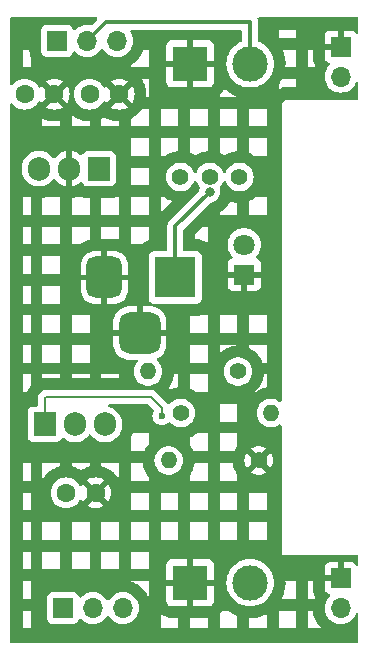
<source format=gbl>
%TF.GenerationSoftware,KiCad,Pcbnew,8.0.8*%
%TF.CreationDate,2025-02-11T08:07:39+05:30*%
%TF.ProjectId,bread_board_PS,62726561-645f-4626-9f61-72645f50532e,v0.1*%
%TF.SameCoordinates,Original*%
%TF.FileFunction,Copper,L2,Bot*%
%TF.FilePolarity,Positive*%
%FSLAX46Y46*%
G04 Gerber Fmt 4.6, Leading zero omitted, Abs format (unit mm)*
G04 Created by KiCad (PCBNEW 8.0.8) date 2025-02-11 08:07:39*
%MOMM*%
%LPD*%
G01*
G04 APERTURE LIST*
G04 Aperture macros list*
%AMRoundRect*
0 Rectangle with rounded corners*
0 $1 Rounding radius*
0 $2 $3 $4 $5 $6 $7 $8 $9 X,Y pos of 4 corners*
0 Add a 4 corners polygon primitive as box body*
4,1,4,$2,$3,$4,$5,$6,$7,$8,$9,$2,$3,0*
0 Add four circle primitives for the rounded corners*
1,1,$1+$1,$2,$3*
1,1,$1+$1,$4,$5*
1,1,$1+$1,$6,$7*
1,1,$1+$1,$8,$9*
0 Add four rect primitives between the rounded corners*
20,1,$1+$1,$2,$3,$4,$5,0*
20,1,$1+$1,$4,$5,$6,$7,0*
20,1,$1+$1,$6,$7,$8,$9,0*
20,1,$1+$1,$8,$9,$2,$3,0*%
G04 Aperture macros list end*
%TA.AperFunction,ComponentPad*%
%ADD10R,3.000000X3.000000*%
%TD*%
%TA.AperFunction,ComponentPad*%
%ADD11C,3.000000*%
%TD*%
%TA.AperFunction,ComponentPad*%
%ADD12C,1.400000*%
%TD*%
%TA.AperFunction,ComponentPad*%
%ADD13O,1.400000X1.400000*%
%TD*%
%TA.AperFunction,ComponentPad*%
%ADD14R,1.700000X1.700000*%
%TD*%
%TA.AperFunction,ComponentPad*%
%ADD15O,1.700000X1.700000*%
%TD*%
%TA.AperFunction,ComponentPad*%
%ADD16R,1.905000X2.000000*%
%TD*%
%TA.AperFunction,ComponentPad*%
%ADD17O,1.905000X2.000000*%
%TD*%
%TA.AperFunction,ComponentPad*%
%ADD18C,1.600000*%
%TD*%
%TA.AperFunction,ComponentPad*%
%ADD19C,1.397000*%
%TD*%
%TA.AperFunction,ComponentPad*%
%ADD20R,3.500000X3.500000*%
%TD*%
%TA.AperFunction,ComponentPad*%
%ADD21RoundRect,0.750000X-0.750000X-1.000000X0.750000X-1.000000X0.750000X1.000000X-0.750000X1.000000X0*%
%TD*%
%TA.AperFunction,ComponentPad*%
%ADD22RoundRect,0.875000X-0.875000X-0.875000X0.875000X-0.875000X0.875000X0.875000X-0.875000X0.875000X0*%
%TD*%
%TA.AperFunction,ComponentPad*%
%ADD23R,1.800000X1.800000*%
%TD*%
%TA.AperFunction,ComponentPad*%
%ADD24C,1.800000*%
%TD*%
%TA.AperFunction,ViaPad*%
%ADD25C,0.800000*%
%TD*%
%TA.AperFunction,ViaPad*%
%ADD26C,0.600000*%
%TD*%
%TA.AperFunction,Conductor*%
%ADD27C,0.350000*%
%TD*%
%TA.AperFunction,Conductor*%
%ADD28C,0.200000*%
%TD*%
G04 APERTURE END LIST*
D10*
%TO.P,J9,1,Pin_1*%
%TO.N,GND*%
X143250000Y-29950000D03*
D11*
%TO.P,J9,2,Pin_2*%
%TO.N,/PWR_output2*%
X148330000Y-29950000D03*
%TD*%
D12*
%TO.P,R2,1*%
%TO.N,Net-(U2-ADJ)*%
X142470000Y-59525000D03*
D13*
%TO.P,R2,2*%
%TO.N,/3.3V*%
X150090000Y-59525000D03*
%TD*%
D14*
%TO.P,J2,1,Pin_1*%
%TO.N,GND*%
X156000000Y-28500000D03*
D15*
%TO.P,J2,2,Pin_2*%
%TO.N,/PWR_output2*%
X156000000Y-31040000D03*
%TD*%
D16*
%TO.P,U1,1,VI*%
%TO.N,/12V*%
X135540000Y-38830000D03*
D17*
%TO.P,U1,2,GND*%
%TO.N,GND*%
X133000000Y-38830000D03*
%TO.P,U1,3,VO*%
%TO.N,/5V*%
X130460000Y-38830000D03*
%TD*%
D14*
%TO.P,J1,1,Pin_1*%
%TO.N,GND*%
X156000000Y-73500000D03*
D15*
%TO.P,J1,2,Pin_2*%
%TO.N,/PWR_output1*%
X156000000Y-76040000D03*
%TD*%
D12*
%TO.P,R1,1*%
%TO.N,Net-(D1-A)*%
X147310000Y-56000000D03*
D13*
%TO.P,R1,2*%
%TO.N,/12V*%
X139690000Y-56000000D03*
%TD*%
D18*
%TO.P,C2,1*%
%TO.N,/5V*%
X129250000Y-32525000D03*
%TO.P,C2,2*%
%TO.N,GND*%
X131750000Y-32525000D03*
%TD*%
D16*
%TO.P,U2,1,ADJ*%
%TO.N,Net-(U2-ADJ)*%
X130960000Y-60470000D03*
D17*
%TO.P,U2,2,VO*%
%TO.N,/3.3V*%
X133500000Y-60470000D03*
%TO.P,U2,3,VI*%
%TO.N,/12V*%
X136040000Y-60470000D03*
%TD*%
D14*
%TO.P,J5,1,Pin_1*%
%TO.N,/3.3V*%
X132000000Y-28000000D03*
D15*
%TO.P,J5,2,Pin_2*%
%TO.N,/PWR_output2*%
X134540000Y-28000000D03*
%TO.P,J5,3,Pin_3*%
%TO.N,/5V*%
X137080000Y-28000000D03*
%TD*%
D14*
%TO.P,J4,1,Pin_1*%
%TO.N,/3.3V*%
X132475000Y-76025000D03*
D15*
%TO.P,J4,2,Pin_2*%
%TO.N,/PWR_output1*%
X135015000Y-76025000D03*
%TO.P,J4,3,Pin_3*%
%TO.N,/5V*%
X137555000Y-76025000D03*
%TD*%
D19*
%TO.P,S1,1*%
%TO.N,/12V*%
X142430900Y-39525000D03*
%TO.P,S1,2*%
%TO.N,/PWR_input*%
X144930900Y-39525000D03*
%TO.P,S1,3*%
%TO.N,unconnected-(S1-Pad3)*%
X147430900Y-39525000D03*
%TD*%
D18*
%TO.P,C1,1*%
%TO.N,/12V*%
X134750000Y-32525000D03*
%TO.P,C1,2*%
%TO.N,GND*%
X137250000Y-32525000D03*
%TD*%
D20*
%TO.P,J8,1*%
%TO.N,/PWR_input*%
X142000000Y-48042500D03*
D21*
%TO.P,J8,2*%
%TO.N,GND*%
X136000000Y-48042500D03*
D22*
%TO.P,J8,3*%
X139000000Y-52742500D03*
%TD*%
D10*
%TO.P,J7,1,Pin_1*%
%TO.N,GND*%
X143250000Y-73875000D03*
D11*
%TO.P,J7,2,Pin_2*%
%TO.N,/PWR_output1*%
X148330000Y-73875000D03*
%TD*%
D18*
%TO.P,C3,1*%
%TO.N,/3.3V*%
X132750000Y-66275000D03*
%TO.P,C3,2*%
%TO.N,GND*%
X135250000Y-66275000D03*
%TD*%
D12*
%TO.P,R3,1*%
%TO.N,GND*%
X149060000Y-63525000D03*
D13*
%TO.P,R3,2*%
%TO.N,Net-(U2-ADJ)*%
X141440000Y-63525000D03*
%TD*%
D23*
%TO.P,D1,1,K*%
%TO.N,GND*%
X147830000Y-47800000D03*
D24*
%TO.P,D1,2,A*%
%TO.N,Net-(D1-A)*%
X147830000Y-45260000D03*
%TD*%
D25*
%TO.N,/PWR_input*%
X144900000Y-40800000D03*
D26*
%TO.N,Net-(U2-ADJ)*%
X140855649Y-59755649D03*
%TD*%
D27*
%TO.N,/PWR_output2*%
X148336000Y-29095472D02*
X147905736Y-29525736D01*
X148336000Y-26416000D02*
X148336000Y-29095472D01*
X136140000Y-26400000D02*
X148320000Y-26400000D01*
X148320000Y-26400000D02*
X148336000Y-26416000D01*
X134540000Y-28000000D02*
X136140000Y-26400000D01*
%TO.N,/PWR_input*%
X142000000Y-43700000D02*
X142000000Y-49067500D01*
X144900000Y-40800000D02*
X142000000Y-43700000D01*
D28*
%TO.N,Net-(U2-ADJ)*%
X140855649Y-59067649D02*
X139954000Y-58166000D01*
X131064000Y-58166000D02*
X130960000Y-58270000D01*
X130960000Y-58270000D02*
X130960000Y-60470000D01*
X140855649Y-59755649D02*
X140855649Y-59067649D01*
X139954000Y-58166000D02*
X131064000Y-58166000D01*
%TD*%
%TA.AperFunction,Conductor*%
%TO.N,GND*%
G36*
X135351876Y-26020185D02*
G01*
X135397631Y-26072989D01*
X135407575Y-26142147D01*
X135378550Y-26205703D01*
X135372518Y-26212181D01*
X134939878Y-26644819D01*
X134878555Y-26678304D01*
X134820104Y-26676913D01*
X134775413Y-26664938D01*
X134775403Y-26664936D01*
X134540001Y-26644341D01*
X134539999Y-26644341D01*
X134304596Y-26664936D01*
X134304586Y-26664938D01*
X134076344Y-26726094D01*
X134076335Y-26726098D01*
X133862171Y-26825964D01*
X133862169Y-26825965D01*
X133668600Y-26961503D01*
X133546673Y-27083430D01*
X133485350Y-27116914D01*
X133415658Y-27111930D01*
X133359725Y-27070058D01*
X133342810Y-27039081D01*
X133293797Y-26907671D01*
X133293793Y-26907664D01*
X133207547Y-26792455D01*
X133207544Y-26792452D01*
X133092335Y-26706206D01*
X133092328Y-26706202D01*
X132957482Y-26655908D01*
X132957483Y-26655908D01*
X132897883Y-26649501D01*
X132897881Y-26649500D01*
X132897873Y-26649500D01*
X132897864Y-26649500D01*
X131102129Y-26649500D01*
X131102123Y-26649501D01*
X131042516Y-26655908D01*
X130907671Y-26706202D01*
X130907664Y-26706206D01*
X130792455Y-26792452D01*
X130792452Y-26792455D01*
X130706206Y-26907664D01*
X130706202Y-26907671D01*
X130655908Y-27042517D01*
X130649501Y-27102116D01*
X130649500Y-27102135D01*
X130649500Y-28897870D01*
X130649501Y-28897876D01*
X130655908Y-28957483D01*
X130706202Y-29092328D01*
X130706206Y-29092335D01*
X130792452Y-29207544D01*
X130792455Y-29207547D01*
X130907664Y-29293793D01*
X130907671Y-29293797D01*
X131042517Y-29344091D01*
X131042516Y-29344091D01*
X131049444Y-29344835D01*
X131102127Y-29350500D01*
X132897872Y-29350499D01*
X132957483Y-29344091D01*
X133092331Y-29293796D01*
X133207546Y-29207546D01*
X133293796Y-29092331D01*
X133342810Y-28960916D01*
X133384681Y-28904984D01*
X133450145Y-28880566D01*
X133518418Y-28895417D01*
X133546673Y-28916569D01*
X133668599Y-29038495D01*
X133749535Y-29095167D01*
X133862165Y-29174032D01*
X133862167Y-29174033D01*
X133862170Y-29174035D01*
X134076337Y-29273903D01*
X134304592Y-29335063D01*
X134481034Y-29350500D01*
X134539999Y-29355659D01*
X134540000Y-29355659D01*
X134540001Y-29355659D01*
X134598966Y-29350500D01*
X134775408Y-29335063D01*
X135003663Y-29273903D01*
X135217830Y-29174035D01*
X135411401Y-29038495D01*
X135578495Y-28871401D01*
X135708425Y-28685842D01*
X135763002Y-28642217D01*
X135832500Y-28635023D01*
X135894855Y-28666546D01*
X135911575Y-28685842D01*
X136041500Y-28871395D01*
X136041505Y-28871401D01*
X136208599Y-29038495D01*
X136289535Y-29095167D01*
X136402165Y-29174032D01*
X136402167Y-29174033D01*
X136402170Y-29174035D01*
X136616337Y-29273903D01*
X136844592Y-29335063D01*
X137021034Y-29350500D01*
X137079999Y-29355659D01*
X137080000Y-29355659D01*
X137080001Y-29355659D01*
X137138966Y-29350500D01*
X137315408Y-29335063D01*
X137543663Y-29273903D01*
X137757830Y-29174035D01*
X137951401Y-29038495D01*
X138118495Y-28871401D01*
X138254035Y-28677830D01*
X138353903Y-28463663D01*
X138370384Y-28402155D01*
X141250000Y-28402155D01*
X141250000Y-29700000D01*
X142530936Y-29700000D01*
X142519207Y-29728316D01*
X142490000Y-29875147D01*
X142490000Y-30024853D01*
X142519207Y-30171684D01*
X142530936Y-30200000D01*
X141250000Y-30200000D01*
X141250000Y-31497844D01*
X141256401Y-31557372D01*
X141256403Y-31557379D01*
X141306645Y-31692086D01*
X141306649Y-31692093D01*
X141392809Y-31807187D01*
X141392812Y-31807190D01*
X141507906Y-31893350D01*
X141507913Y-31893354D01*
X141642620Y-31943596D01*
X141642627Y-31943598D01*
X141702155Y-31949999D01*
X141702172Y-31950000D01*
X143000000Y-31950000D01*
X143000000Y-30669064D01*
X143028316Y-30680793D01*
X143175147Y-30710000D01*
X143324853Y-30710000D01*
X143471684Y-30680793D01*
X143500000Y-30669064D01*
X143500000Y-31950000D01*
X144797828Y-31950000D01*
X144797844Y-31949999D01*
X144857372Y-31943598D01*
X144857379Y-31943596D01*
X144992086Y-31893354D01*
X144992093Y-31893350D01*
X145107187Y-31807190D01*
X145107190Y-31807187D01*
X145193350Y-31692093D01*
X145193354Y-31692086D01*
X145243596Y-31557379D01*
X145243598Y-31557372D01*
X145249999Y-31497844D01*
X145250000Y-31497827D01*
X145250000Y-30200000D01*
X143969064Y-30200000D01*
X143980793Y-30171684D01*
X144010000Y-30024853D01*
X144010000Y-29875147D01*
X143980793Y-29728316D01*
X143969064Y-29700000D01*
X145250000Y-29700000D01*
X145250000Y-28402172D01*
X145249999Y-28402155D01*
X145243598Y-28342627D01*
X145243596Y-28342620D01*
X145193354Y-28207913D01*
X145193350Y-28207906D01*
X145107190Y-28092812D01*
X145107187Y-28092809D01*
X144992093Y-28006649D01*
X144992086Y-28006645D01*
X144857379Y-27956403D01*
X144857372Y-27956401D01*
X144797844Y-27950000D01*
X143500000Y-27950000D01*
X143500000Y-29230935D01*
X143471684Y-29219207D01*
X143324853Y-29190000D01*
X143175147Y-29190000D01*
X143028316Y-29219207D01*
X143000000Y-29230935D01*
X143000000Y-27950000D01*
X141702155Y-27950000D01*
X141642627Y-27956401D01*
X141642620Y-27956403D01*
X141507913Y-28006645D01*
X141507906Y-28006649D01*
X141392812Y-28092809D01*
X141392809Y-28092812D01*
X141306649Y-28207906D01*
X141306645Y-28207913D01*
X141256403Y-28342620D01*
X141256401Y-28342627D01*
X141250000Y-28402155D01*
X138370384Y-28402155D01*
X138415063Y-28235408D01*
X138435659Y-28000000D01*
X138431844Y-27956401D01*
X138415063Y-27764596D01*
X138415063Y-27764592D01*
X138353903Y-27536337D01*
X138254035Y-27322171D01*
X138217941Y-27270623D01*
X138195614Y-27204417D01*
X138212624Y-27136650D01*
X138263572Y-27088837D01*
X138319516Y-27075500D01*
X147536500Y-27075500D01*
X147603539Y-27095185D01*
X147649294Y-27147989D01*
X147660500Y-27199500D01*
X147660500Y-27978495D01*
X147640815Y-28045534D01*
X147588011Y-28091289D01*
X147579835Y-28094676D01*
X147496840Y-28125632D01*
X147496833Y-28125635D01*
X147245690Y-28262770D01*
X147245682Y-28262775D01*
X147016612Y-28434254D01*
X147016594Y-28434270D01*
X146814270Y-28636594D01*
X146814254Y-28636612D01*
X146642775Y-28865682D01*
X146642770Y-28865690D01*
X146505635Y-29116833D01*
X146405628Y-29384962D01*
X146344804Y-29664566D01*
X146324390Y-29949998D01*
X146324390Y-29950001D01*
X146344804Y-30235433D01*
X146405628Y-30515037D01*
X146405630Y-30515043D01*
X146405631Y-30515046D01*
X146446098Y-30623541D01*
X146505635Y-30783166D01*
X146642770Y-31034309D01*
X146642775Y-31034317D01*
X146814254Y-31263387D01*
X146814270Y-31263405D01*
X147016594Y-31465729D01*
X147016612Y-31465745D01*
X147245682Y-31637224D01*
X147245690Y-31637229D01*
X147496833Y-31774364D01*
X147496832Y-31774364D01*
X147496836Y-31774365D01*
X147496839Y-31774367D01*
X147764954Y-31874369D01*
X147764960Y-31874370D01*
X147764962Y-31874371D01*
X148044566Y-31935195D01*
X148044568Y-31935195D01*
X148044572Y-31935196D01*
X148298220Y-31953337D01*
X148329999Y-31955610D01*
X148330000Y-31955610D01*
X148330001Y-31955610D01*
X148358595Y-31953564D01*
X148615428Y-31935196D01*
X148723204Y-31911751D01*
X148895037Y-31874371D01*
X148895037Y-31874370D01*
X148895046Y-31874369D01*
X149163161Y-31774367D01*
X149257628Y-31722784D01*
X150748500Y-31722784D01*
X150748500Y-32162448D01*
X151002475Y-31911751D01*
X151064014Y-31878665D01*
X151089585Y-31876000D01*
X152250500Y-31876000D01*
X152250500Y-31248500D01*
X151037363Y-31248500D01*
X150884606Y-31528253D01*
X150882414Y-31532102D01*
X150868740Y-31555147D01*
X150866411Y-31558917D01*
X150847144Y-31588893D01*
X150844687Y-31592570D01*
X150829425Y-31614550D01*
X150826838Y-31618138D01*
X150748500Y-31722784D01*
X149257628Y-31722784D01*
X149414315Y-31637226D01*
X149643395Y-31465739D01*
X149845739Y-31263395D01*
X150017226Y-31034315D01*
X150154367Y-30783161D01*
X150254369Y-30515046D01*
X150315196Y-30235428D01*
X150335610Y-29950000D01*
X150315196Y-29664572D01*
X150313440Y-29656501D01*
X150254371Y-29384962D01*
X150254370Y-29384960D01*
X150254369Y-29384954D01*
X150154367Y-29116839D01*
X150111589Y-29038498D01*
X150017229Y-28865690D01*
X150017224Y-28865682D01*
X149929503Y-28748500D01*
X151082083Y-28748500D01*
X151083220Y-28751389D01*
X151195666Y-29052869D01*
X151197136Y-29057037D01*
X151205584Y-29082415D01*
X151206906Y-29086636D01*
X151216948Y-29120826D01*
X151218121Y-29125100D01*
X151224752Y-29151076D01*
X151225771Y-29155388D01*
X151294179Y-29469855D01*
X151295044Y-29474202D01*
X151299802Y-29500581D01*
X151300510Y-29504954D01*
X151305579Y-29540228D01*
X151306130Y-29544613D01*
X151308989Y-29571210D01*
X151309383Y-29575617D01*
X151332338Y-29896575D01*
X151332575Y-29900994D01*
X151333531Y-29927755D01*
X151333610Y-29932182D01*
X151333610Y-29967818D01*
X151333531Y-29972245D01*
X151332575Y-29999006D01*
X151332338Y-30003425D01*
X151314667Y-30250500D01*
X152250500Y-30250500D01*
X153248500Y-30250500D01*
X153782641Y-30250500D01*
X153795747Y-30214500D01*
X153797705Y-30209465D01*
X153810223Y-30179244D01*
X153812402Y-30174293D01*
X153846976Y-30100146D01*
X153813638Y-30039091D01*
X153809677Y-30031177D01*
X153787419Y-29982441D01*
X153784030Y-29974261D01*
X153710421Y-29776904D01*
X153707942Y-29769564D01*
X153694332Y-29724695D01*
X153692315Y-29717212D01*
X153677972Y-29656501D01*
X153676428Y-29648916D01*
X153668522Y-29602738D01*
X153667455Y-29595069D01*
X153656289Y-29491217D01*
X153655977Y-29487905D01*
X153654364Y-29467856D01*
X153654142Y-29464542D01*
X153652713Y-29437855D01*
X153652580Y-29434539D01*
X153652044Y-29414491D01*
X153652000Y-29411177D01*
X153652000Y-28748500D01*
X153248500Y-28748500D01*
X153248500Y-30250500D01*
X152250500Y-30250500D01*
X152250500Y-28748500D01*
X151082083Y-28748500D01*
X149929503Y-28748500D01*
X149845745Y-28636612D01*
X149845729Y-28636594D01*
X149643405Y-28434270D01*
X149643387Y-28434254D01*
X149414317Y-28262775D01*
X149414309Y-28262770D01*
X149163166Y-28125635D01*
X149163159Y-28125632D01*
X149092165Y-28099152D01*
X149036232Y-28057281D01*
X149011816Y-27991816D01*
X149011500Y-27982971D01*
X149011500Y-27750500D01*
X150748500Y-27750500D01*
X152250500Y-27750500D01*
X152250500Y-27124000D01*
X150748500Y-27124000D01*
X150748500Y-27750500D01*
X149011500Y-27750500D01*
X149011500Y-26349466D01*
X148985541Y-26218969D01*
X148985540Y-26218968D01*
X148985540Y-26218964D01*
X148966067Y-26171951D01*
X148958599Y-26102482D01*
X148989875Y-26040003D01*
X149049965Y-26004351D01*
X149080629Y-26000500D01*
X157375500Y-26000500D01*
X157442539Y-26020185D01*
X157488294Y-26072989D01*
X157499500Y-26124500D01*
X157499500Y-27310730D01*
X157479815Y-27377769D01*
X157427011Y-27423524D01*
X157357853Y-27433468D01*
X157294297Y-27404443D01*
X157276234Y-27385042D01*
X157207187Y-27292809D01*
X157092093Y-27206649D01*
X157092086Y-27206645D01*
X156957379Y-27156403D01*
X156957372Y-27156401D01*
X156897844Y-27150000D01*
X156250000Y-27150000D01*
X156250000Y-28066988D01*
X156192993Y-28034075D01*
X156065826Y-28000000D01*
X155934174Y-28000000D01*
X155807007Y-28034075D01*
X155750000Y-28066988D01*
X155750000Y-27150000D01*
X155102155Y-27150000D01*
X155042627Y-27156401D01*
X155042620Y-27156403D01*
X154907913Y-27206645D01*
X154907906Y-27206649D01*
X154792812Y-27292809D01*
X154792809Y-27292812D01*
X154706649Y-27407906D01*
X154706645Y-27407913D01*
X154656403Y-27542620D01*
X154656401Y-27542627D01*
X154650000Y-27602155D01*
X154650000Y-28250000D01*
X155566988Y-28250000D01*
X155534075Y-28307007D01*
X155500000Y-28434174D01*
X155500000Y-28565826D01*
X155534075Y-28692993D01*
X155566988Y-28750000D01*
X154650000Y-28750000D01*
X154650000Y-29397844D01*
X154656401Y-29457372D01*
X154656403Y-29457379D01*
X154706645Y-29592086D01*
X154706649Y-29592093D01*
X154792809Y-29707187D01*
X154792812Y-29707190D01*
X154907906Y-29793350D01*
X154907913Y-29793354D01*
X155039470Y-29842421D01*
X155095403Y-29884292D01*
X155119821Y-29949756D01*
X155104970Y-30018029D01*
X155083819Y-30046284D01*
X154961503Y-30168600D01*
X154825965Y-30362169D01*
X154825964Y-30362171D01*
X154726098Y-30576335D01*
X154726094Y-30576344D01*
X154664938Y-30804586D01*
X154664936Y-30804596D01*
X154644341Y-31039999D01*
X154644341Y-31040000D01*
X154664936Y-31275403D01*
X154664938Y-31275413D01*
X154726094Y-31503655D01*
X154726096Y-31503659D01*
X154726097Y-31503663D01*
X154807872Y-31679029D01*
X154825965Y-31717830D01*
X154825967Y-31717834D01*
X154934102Y-31872265D01*
X154961505Y-31911401D01*
X155128599Y-32078495D01*
X155164534Y-32103657D01*
X155322165Y-32214032D01*
X155322167Y-32214033D01*
X155322170Y-32214035D01*
X155536337Y-32313903D01*
X155764592Y-32375063D01*
X155952918Y-32391539D01*
X155999999Y-32395659D01*
X156000000Y-32395659D01*
X156000001Y-32395659D01*
X156039234Y-32392226D01*
X156235408Y-32375063D01*
X156463663Y-32313903D01*
X156677830Y-32214035D01*
X156871401Y-32078495D01*
X157038495Y-31911401D01*
X157174035Y-31717830D01*
X157263118Y-31526790D01*
X157309290Y-31474352D01*
X157376484Y-31455200D01*
X157443365Y-31475416D01*
X157488700Y-31528581D01*
X157499500Y-31579196D01*
X157499500Y-32875500D01*
X157479815Y-32942539D01*
X157427011Y-32988294D01*
X157375500Y-32999500D01*
X151434108Y-32999500D01*
X151306812Y-33033608D01*
X151192686Y-33099500D01*
X151192683Y-33099502D01*
X151099502Y-33192683D01*
X151099500Y-33192686D01*
X151033608Y-33306812D01*
X150999500Y-33434108D01*
X150999500Y-58453523D01*
X150979815Y-58520562D01*
X150927011Y-58566317D01*
X150857853Y-58576261D01*
X150810223Y-58558950D01*
X150627404Y-58445754D01*
X150627398Y-58445752D01*
X150419940Y-58365382D01*
X150201243Y-58324500D01*
X149978757Y-58324500D01*
X149760060Y-58365382D01*
X149628864Y-58416207D01*
X149552601Y-58445752D01*
X149552595Y-58445754D01*
X149363439Y-58562874D01*
X149363437Y-58562876D01*
X149199020Y-58712761D01*
X149064943Y-58890308D01*
X149064938Y-58890316D01*
X148965775Y-59089461D01*
X148965769Y-59089476D01*
X148904885Y-59303462D01*
X148904884Y-59303464D01*
X148884357Y-59524999D01*
X148884357Y-59525000D01*
X148904884Y-59746535D01*
X148904885Y-59746537D01*
X148965769Y-59960523D01*
X148965775Y-59960538D01*
X149064938Y-60159683D01*
X149064943Y-60159691D01*
X149199020Y-60337238D01*
X149363437Y-60487123D01*
X149363439Y-60487125D01*
X149552595Y-60604245D01*
X149552596Y-60604245D01*
X149552599Y-60604247D01*
X149760060Y-60684618D01*
X149978757Y-60725500D01*
X149978759Y-60725500D01*
X150201241Y-60725500D01*
X150201243Y-60725500D01*
X150419940Y-60684618D01*
X150627401Y-60604247D01*
X150810223Y-60491049D01*
X150877583Y-60472494D01*
X150944283Y-60493302D01*
X150989144Y-60546867D01*
X150999500Y-60596476D01*
X150999500Y-71065896D01*
X151000916Y-71071179D01*
X151005131Y-71104880D01*
X151000000Y-71500000D01*
X151422184Y-71500000D01*
X151429813Y-71500500D01*
X151434108Y-71500500D01*
X151565892Y-71500500D01*
X157375500Y-71500500D01*
X157442539Y-71520185D01*
X157488294Y-71572989D01*
X157499500Y-71624500D01*
X157499500Y-72310730D01*
X157479815Y-72377769D01*
X157427011Y-72423524D01*
X157357853Y-72433468D01*
X157294297Y-72404443D01*
X157276234Y-72385042D01*
X157207187Y-72292809D01*
X157092093Y-72206649D01*
X157092086Y-72206645D01*
X156957379Y-72156403D01*
X156957372Y-72156401D01*
X156897844Y-72150000D01*
X156250000Y-72150000D01*
X156250000Y-73066988D01*
X156192993Y-73034075D01*
X156065826Y-73000000D01*
X155934174Y-73000000D01*
X155807007Y-73034075D01*
X155750000Y-73066988D01*
X155750000Y-72150000D01*
X155102155Y-72150000D01*
X155042627Y-72156401D01*
X155042620Y-72156403D01*
X154907913Y-72206645D01*
X154907906Y-72206649D01*
X154792812Y-72292809D01*
X154792809Y-72292812D01*
X154706649Y-72407906D01*
X154706645Y-72407913D01*
X154656403Y-72542620D01*
X154656401Y-72542627D01*
X154650000Y-72602155D01*
X154650000Y-73250000D01*
X155566988Y-73250000D01*
X155534075Y-73307007D01*
X155500000Y-73434174D01*
X155500000Y-73565826D01*
X155534075Y-73692993D01*
X155566988Y-73750000D01*
X154650000Y-73750000D01*
X154650000Y-74397844D01*
X154656401Y-74457372D01*
X154656403Y-74457379D01*
X154706645Y-74592086D01*
X154706649Y-74592093D01*
X154792809Y-74707187D01*
X154792812Y-74707190D01*
X154907906Y-74793350D01*
X154907913Y-74793354D01*
X155039470Y-74842421D01*
X155095403Y-74884292D01*
X155119821Y-74949756D01*
X155104970Y-75018029D01*
X155083819Y-75046284D01*
X154961503Y-75168600D01*
X154825965Y-75362169D01*
X154825964Y-75362171D01*
X154726098Y-75576335D01*
X154726094Y-75576344D01*
X154664938Y-75804586D01*
X154664936Y-75804596D01*
X154644341Y-76039999D01*
X154644341Y-76040000D01*
X154664936Y-76275403D01*
X154664938Y-76275413D01*
X154726094Y-76503655D01*
X154726096Y-76503659D01*
X154726097Y-76503663D01*
X154764439Y-76585887D01*
X154825965Y-76717830D01*
X154825967Y-76717834D01*
X154923047Y-76856478D01*
X154961505Y-76911401D01*
X155128599Y-77078495D01*
X155225384Y-77146265D01*
X155322165Y-77214032D01*
X155322167Y-77214033D01*
X155322170Y-77214035D01*
X155536337Y-77313903D01*
X155764592Y-77375063D01*
X155952918Y-77391539D01*
X155999999Y-77395659D01*
X156000000Y-77395659D01*
X156000001Y-77395659D01*
X156039234Y-77392226D01*
X156235408Y-77375063D01*
X156463663Y-77313903D01*
X156677830Y-77214035D01*
X156871401Y-77078495D01*
X157038495Y-76911401D01*
X157174035Y-76717830D01*
X157263118Y-76526790D01*
X157309290Y-76474352D01*
X157376484Y-76455200D01*
X157443365Y-76475416D01*
X157488700Y-76528581D01*
X157499500Y-76579196D01*
X157499500Y-78875500D01*
X157479815Y-78942539D01*
X157427011Y-78988294D01*
X157375500Y-78999500D01*
X128124500Y-78999500D01*
X128057461Y-78979815D01*
X128011706Y-78927011D01*
X128000500Y-78875500D01*
X128000500Y-77750500D01*
X129124000Y-77750500D01*
X129750500Y-77750500D01*
X140748500Y-77750500D01*
X142250500Y-77750500D01*
X142250500Y-76873000D01*
X141688823Y-76873000D01*
X141685509Y-76872956D01*
X141665461Y-76872420D01*
X141662145Y-76872287D01*
X141635458Y-76870858D01*
X141632144Y-76870636D01*
X141612095Y-76869023D01*
X141608783Y-76868711D01*
X141558950Y-76863353D01*
X143248500Y-76863353D01*
X143248500Y-77750500D01*
X144750500Y-77750500D01*
X144750500Y-76873000D01*
X143299454Y-76873000D01*
X143252000Y-76863561D01*
X143250000Y-76862732D01*
X143248500Y-76863353D01*
X141558950Y-76863353D01*
X141504931Y-76857545D01*
X141497262Y-76856478D01*
X141451084Y-76848572D01*
X141443499Y-76847028D01*
X141382788Y-76832685D01*
X141375305Y-76830668D01*
X141330436Y-76817058D01*
X141323096Y-76814579D01*
X141125739Y-76740970D01*
X141117559Y-76737581D01*
X141068823Y-76715323D01*
X141060909Y-76711362D01*
X140998319Y-76677185D01*
X140990705Y-76672667D01*
X140945638Y-76643703D01*
X140938368Y-76638655D01*
X140766184Y-76509757D01*
X140759293Y-76504204D01*
X140751500Y-76497451D01*
X145748500Y-76497451D01*
X145748500Y-77750500D01*
X147250500Y-77750500D01*
X147250500Y-76875329D01*
X148248500Y-76875329D01*
X148248500Y-77750500D01*
X149750500Y-77750500D01*
X150748500Y-77750500D01*
X152250500Y-77750500D01*
X153248500Y-77750500D01*
X154389219Y-77750500D01*
X154240419Y-77601700D01*
X154236677Y-77597792D01*
X154214577Y-77573674D01*
X154211014Y-77569611D01*
X154183013Y-77536244D01*
X154179625Y-77532022D01*
X154159689Y-77506042D01*
X154156488Y-77501678D01*
X153995956Y-77272415D01*
X153992950Y-77267916D01*
X153975358Y-77240302D01*
X153972549Y-77235673D01*
X153950771Y-77197949D01*
X153948171Y-77193209D01*
X153933064Y-77164188D01*
X153930672Y-77159337D01*
X153812402Y-76905708D01*
X153810223Y-76900756D01*
X153797705Y-76870535D01*
X153795747Y-76865500D01*
X153780846Y-76824568D01*
X153779105Y-76819440D01*
X153769256Y-76788205D01*
X153767741Y-76783008D01*
X153695305Y-76512666D01*
X153694019Y-76507412D01*
X153686934Y-76475454D01*
X153685879Y-76470146D01*
X153678316Y-76427251D01*
X153677493Y-76421904D01*
X153673222Y-76389461D01*
X153672633Y-76384085D01*
X153660770Y-76248500D01*
X153248500Y-76248500D01*
X153248500Y-77750500D01*
X152250500Y-77750500D01*
X152250500Y-76248500D01*
X150748500Y-76248500D01*
X150748500Y-77750500D01*
X149750500Y-77750500D01*
X149750500Y-76515745D01*
X149625806Y-76583834D01*
X149621882Y-76585887D01*
X149597918Y-76597882D01*
X149593921Y-76599794D01*
X149561505Y-76614596D01*
X149557449Y-76616361D01*
X149532728Y-76626600D01*
X149528611Y-76628220D01*
X149227131Y-76740666D01*
X149222963Y-76742136D01*
X149197585Y-76750584D01*
X149193364Y-76751906D01*
X149159174Y-76761948D01*
X149154900Y-76763121D01*
X149128924Y-76769752D01*
X149124612Y-76770771D01*
X148810145Y-76839179D01*
X148805798Y-76840044D01*
X148779419Y-76844802D01*
X148775046Y-76845510D01*
X148739772Y-76850579D01*
X148735387Y-76851130D01*
X148708790Y-76853989D01*
X148704383Y-76854383D01*
X148383425Y-76877338D01*
X148379006Y-76877575D01*
X148352245Y-76878531D01*
X148347818Y-76878610D01*
X148312182Y-76878610D01*
X148307755Y-76878531D01*
X148280994Y-76877575D01*
X148276574Y-76877338D01*
X148248500Y-76875329D01*
X147250500Y-76875329D01*
X147250500Y-76672645D01*
X147131389Y-76628220D01*
X147127272Y-76626600D01*
X147102551Y-76616361D01*
X147098495Y-76614596D01*
X147066079Y-76599794D01*
X147062082Y-76597882D01*
X147038118Y-76585887D01*
X147034194Y-76583834D01*
X146751747Y-76429606D01*
X146747898Y-76427414D01*
X146724853Y-76413740D01*
X146721083Y-76411411D01*
X146691107Y-76392144D01*
X146687430Y-76389687D01*
X146665450Y-76374425D01*
X146661863Y-76371838D01*
X146497102Y-76248500D01*
X145967341Y-76248500D01*
X145884757Y-76358817D01*
X145879204Y-76365707D01*
X145844124Y-76406192D01*
X145838092Y-76412671D01*
X145787671Y-76463092D01*
X145781192Y-76469124D01*
X145748500Y-76497451D01*
X140751500Y-76497451D01*
X140748500Y-76494851D01*
X140748500Y-77750500D01*
X129750500Y-77750500D01*
X129750500Y-76248500D01*
X129124000Y-76248500D01*
X129124000Y-77750500D01*
X128000500Y-77750500D01*
X128000500Y-75250500D01*
X129124000Y-75250500D01*
X129750500Y-75250500D01*
X129750500Y-75127135D01*
X131124500Y-75127135D01*
X131124500Y-76922870D01*
X131124501Y-76922876D01*
X131130908Y-76982483D01*
X131181202Y-77117328D01*
X131181206Y-77117335D01*
X131267452Y-77232544D01*
X131267455Y-77232547D01*
X131382664Y-77318793D01*
X131382671Y-77318797D01*
X131517517Y-77369091D01*
X131517516Y-77369091D01*
X131524444Y-77369835D01*
X131577127Y-77375500D01*
X133372872Y-77375499D01*
X133432483Y-77369091D01*
X133567331Y-77318796D01*
X133682546Y-77232546D01*
X133768796Y-77117331D01*
X133817810Y-76985916D01*
X133859681Y-76929984D01*
X133925145Y-76905566D01*
X133993418Y-76920417D01*
X134021673Y-76941569D01*
X134143599Y-77063495D01*
X134240384Y-77131265D01*
X134337165Y-77199032D01*
X134337167Y-77199033D01*
X134337170Y-77199035D01*
X134551337Y-77298903D01*
X134779592Y-77360063D01*
X134956034Y-77375500D01*
X135014999Y-77380659D01*
X135015000Y-77380659D01*
X135015001Y-77380659D01*
X135073966Y-77375500D01*
X135250408Y-77360063D01*
X135478663Y-77298903D01*
X135692830Y-77199035D01*
X135886401Y-77063495D01*
X136053495Y-76896401D01*
X136183425Y-76710842D01*
X136238002Y-76667217D01*
X136307500Y-76660023D01*
X136369855Y-76691546D01*
X136386575Y-76710842D01*
X136516500Y-76896395D01*
X136516505Y-76896401D01*
X136683599Y-77063495D01*
X136780384Y-77131265D01*
X136877165Y-77199032D01*
X136877167Y-77199033D01*
X136877170Y-77199035D01*
X137091337Y-77298903D01*
X137319592Y-77360063D01*
X137496034Y-77375500D01*
X137554999Y-77380659D01*
X137555000Y-77380659D01*
X137555001Y-77380659D01*
X137613966Y-77375500D01*
X137790408Y-77360063D01*
X138018663Y-77298903D01*
X138232830Y-77199035D01*
X138426401Y-77063495D01*
X138593495Y-76896401D01*
X138729035Y-76702830D01*
X138828903Y-76488663D01*
X138890063Y-76260408D01*
X138910659Y-76025000D01*
X138890063Y-75789592D01*
X138828903Y-75561337D01*
X138729035Y-75347171D01*
X138723425Y-75339158D01*
X138593494Y-75153597D01*
X138426402Y-74986506D01*
X138426395Y-74986501D01*
X138232834Y-74850967D01*
X138232830Y-74850965D01*
X138232828Y-74850964D01*
X138018663Y-74751097D01*
X138018659Y-74751096D01*
X138018655Y-74751094D01*
X137790413Y-74689938D01*
X137790403Y-74689936D01*
X137555001Y-74669341D01*
X137554999Y-74669341D01*
X137319596Y-74689936D01*
X137319586Y-74689938D01*
X137091344Y-74751094D01*
X137091335Y-74751098D01*
X136877171Y-74850964D01*
X136877169Y-74850965D01*
X136683597Y-74986505D01*
X136516505Y-75153597D01*
X136386575Y-75339158D01*
X136331998Y-75382783D01*
X136262500Y-75389977D01*
X136200145Y-75358454D01*
X136183425Y-75339158D01*
X136053494Y-75153597D01*
X135886402Y-74986506D01*
X135886395Y-74986501D01*
X135692834Y-74850967D01*
X135692830Y-74850965D01*
X135692828Y-74850964D01*
X135478663Y-74751097D01*
X135478659Y-74751096D01*
X135478655Y-74751094D01*
X135250413Y-74689938D01*
X135250403Y-74689936D01*
X135015001Y-74669341D01*
X135014999Y-74669341D01*
X134779596Y-74689936D01*
X134779586Y-74689938D01*
X134551344Y-74751094D01*
X134551335Y-74751098D01*
X134337171Y-74850964D01*
X134337169Y-74850965D01*
X134143600Y-74986503D01*
X134021673Y-75108430D01*
X133960350Y-75141914D01*
X133890658Y-75136930D01*
X133834725Y-75095058D01*
X133817810Y-75064081D01*
X133768797Y-74932671D01*
X133768793Y-74932664D01*
X133682547Y-74817455D01*
X133682544Y-74817452D01*
X133567335Y-74731206D01*
X133567328Y-74731202D01*
X133432482Y-74680908D01*
X133432483Y-74680908D01*
X133372883Y-74674501D01*
X133372881Y-74674500D01*
X133372873Y-74674500D01*
X133372864Y-74674500D01*
X131577129Y-74674500D01*
X131577123Y-74674501D01*
X131517516Y-74680908D01*
X131382671Y-74731202D01*
X131382664Y-74731206D01*
X131267455Y-74817452D01*
X131267452Y-74817455D01*
X131181206Y-74932664D01*
X131181202Y-74932671D01*
X131130908Y-75067517D01*
X131124501Y-75127116D01*
X131124500Y-75127135D01*
X129750500Y-75127135D01*
X129750500Y-73779475D01*
X138248500Y-73779475D01*
X138298009Y-73792741D01*
X138303205Y-73794256D01*
X138334440Y-73804105D01*
X138339568Y-73805846D01*
X138380500Y-73820747D01*
X138385535Y-73822705D01*
X138415756Y-73835223D01*
X138420708Y-73837402D01*
X138674337Y-73955672D01*
X138679188Y-73958064D01*
X138708209Y-73973171D01*
X138712949Y-73975771D01*
X138750673Y-73997549D01*
X138755302Y-74000358D01*
X138782916Y-74017950D01*
X138787415Y-74020956D01*
X139016678Y-74181488D01*
X139021042Y-74184689D01*
X139047022Y-74204625D01*
X139051243Y-74208012D01*
X139084610Y-74236012D01*
X139088678Y-74239580D01*
X139112794Y-74261680D01*
X139116698Y-74265418D01*
X139314590Y-74463309D01*
X139318330Y-74467216D01*
X139340449Y-74491354D01*
X139344020Y-74495426D01*
X139372018Y-74528795D01*
X139375403Y-74533012D01*
X139395323Y-74558973D01*
X139398521Y-74563335D01*
X139559040Y-74792581D01*
X139562046Y-74797080D01*
X139579628Y-74824679D01*
X139582433Y-74829301D01*
X139604212Y-74867022D01*
X139606814Y-74871765D01*
X139621930Y-74900801D01*
X139624324Y-74905655D01*
X139742598Y-75159292D01*
X139744777Y-75164244D01*
X139750500Y-75178060D01*
X139750500Y-73748500D01*
X138248500Y-73748500D01*
X138248500Y-73779475D01*
X129750500Y-73779475D01*
X129750500Y-73748500D01*
X129124000Y-73748500D01*
X129124000Y-75250500D01*
X128000500Y-75250500D01*
X128000500Y-72750500D01*
X129124000Y-72750500D01*
X129750500Y-72750500D01*
X130748500Y-72750500D01*
X132250500Y-72750500D01*
X133248500Y-72750500D01*
X134750500Y-72750500D01*
X135748500Y-72750500D01*
X137250500Y-72750500D01*
X138248500Y-72750500D01*
X139750500Y-72750500D01*
X139750500Y-72327155D01*
X141250000Y-72327155D01*
X141250000Y-73625000D01*
X142530936Y-73625000D01*
X142519207Y-73653316D01*
X142490000Y-73800147D01*
X142490000Y-73949853D01*
X142519207Y-74096684D01*
X142530936Y-74125000D01*
X141250000Y-74125000D01*
X141250000Y-75422844D01*
X141256401Y-75482372D01*
X141256403Y-75482379D01*
X141306645Y-75617086D01*
X141306649Y-75617093D01*
X141392809Y-75732187D01*
X141392812Y-75732190D01*
X141507906Y-75818350D01*
X141507913Y-75818354D01*
X141642620Y-75868596D01*
X141642627Y-75868598D01*
X141702155Y-75874999D01*
X141702172Y-75875000D01*
X143000000Y-75875000D01*
X143000000Y-74594064D01*
X143028316Y-74605793D01*
X143175147Y-74635000D01*
X143324853Y-74635000D01*
X143471684Y-74605793D01*
X143500000Y-74594064D01*
X143500000Y-75875000D01*
X144797828Y-75875000D01*
X144797844Y-75874999D01*
X144857372Y-75868598D01*
X144857379Y-75868596D01*
X144992086Y-75818354D01*
X144992093Y-75818350D01*
X145107187Y-75732190D01*
X145107190Y-75732187D01*
X145193350Y-75617093D01*
X145193354Y-75617086D01*
X145243596Y-75482379D01*
X145243598Y-75482372D01*
X145249999Y-75422844D01*
X145250000Y-75422827D01*
X145250000Y-74125000D01*
X143969064Y-74125000D01*
X143980793Y-74096684D01*
X144010000Y-73949853D01*
X144010000Y-73874998D01*
X146324390Y-73874998D01*
X146324390Y-73875001D01*
X146344804Y-74160433D01*
X146405628Y-74440037D01*
X146405630Y-74440043D01*
X146405631Y-74440046D01*
X146498836Y-74689937D01*
X146505635Y-74708166D01*
X146642770Y-74959309D01*
X146642775Y-74959317D01*
X146814254Y-75188387D01*
X146814270Y-75188405D01*
X147016594Y-75390729D01*
X147016612Y-75390745D01*
X147245682Y-75562224D01*
X147245690Y-75562229D01*
X147496833Y-75699364D01*
X147496832Y-75699364D01*
X147496836Y-75699365D01*
X147496839Y-75699367D01*
X147764954Y-75799369D01*
X147764960Y-75799370D01*
X147764962Y-75799371D01*
X148044566Y-75860195D01*
X148044568Y-75860195D01*
X148044572Y-75860196D01*
X148298220Y-75878337D01*
X148329999Y-75880610D01*
X148330000Y-75880610D01*
X148330001Y-75880610D01*
X148358595Y-75878564D01*
X148615428Y-75860196D01*
X148895046Y-75799369D01*
X149163161Y-75699367D01*
X149414315Y-75562226D01*
X149643395Y-75390739D01*
X149783634Y-75250500D01*
X150995318Y-75250500D01*
X152250500Y-75250500D01*
X153248500Y-75250500D01*
X153782641Y-75250500D01*
X153795747Y-75214500D01*
X153797705Y-75209465D01*
X153810223Y-75179244D01*
X153812402Y-75174293D01*
X153846976Y-75100146D01*
X153813638Y-75039091D01*
X153809677Y-75031177D01*
X153787419Y-74982441D01*
X153784030Y-74974261D01*
X153710421Y-74776904D01*
X153707942Y-74769564D01*
X153694332Y-74724695D01*
X153692315Y-74717212D01*
X153677972Y-74656501D01*
X153676428Y-74648916D01*
X153668522Y-74602738D01*
X153667455Y-74595069D01*
X153656289Y-74491217D01*
X153655977Y-74487905D01*
X153654364Y-74467856D01*
X153654142Y-74464542D01*
X153652713Y-74437855D01*
X153652580Y-74434539D01*
X153652044Y-74414491D01*
X153652000Y-74411177D01*
X153652000Y-73748500D01*
X153248500Y-73748500D01*
X153248500Y-75250500D01*
X152250500Y-75250500D01*
X152250500Y-73748500D01*
X151327111Y-73748500D01*
X151332338Y-73821575D01*
X151332575Y-73825994D01*
X151333531Y-73852755D01*
X151333610Y-73857182D01*
X151333610Y-73892818D01*
X151333531Y-73897245D01*
X151332575Y-73924006D01*
X151332338Y-73928425D01*
X151309383Y-74249383D01*
X151308989Y-74253790D01*
X151306130Y-74280387D01*
X151305579Y-74284772D01*
X151300510Y-74320046D01*
X151299802Y-74324419D01*
X151295044Y-74350798D01*
X151294179Y-74355145D01*
X151225771Y-74669612D01*
X151224752Y-74673924D01*
X151218121Y-74699900D01*
X151216948Y-74704174D01*
X151206906Y-74738364D01*
X151205584Y-74742585D01*
X151197136Y-74767963D01*
X151195666Y-74772131D01*
X151083220Y-75073611D01*
X151081600Y-75077728D01*
X151071361Y-75102449D01*
X151069596Y-75106505D01*
X151054794Y-75138921D01*
X151052882Y-75142918D01*
X151040887Y-75166882D01*
X151038834Y-75170806D01*
X150995318Y-75250500D01*
X149783634Y-75250500D01*
X149845739Y-75188395D01*
X150017226Y-74959315D01*
X150154367Y-74708161D01*
X150254369Y-74440046D01*
X150260649Y-74411177D01*
X150315195Y-74160433D01*
X150315195Y-74160432D01*
X150315196Y-74160428D01*
X150335610Y-73875000D01*
X150315196Y-73589572D01*
X150310030Y-73565826D01*
X150254371Y-73309962D01*
X150254370Y-73309960D01*
X150254369Y-73309954D01*
X150154367Y-73041839D01*
X150017226Y-72790685D01*
X149987144Y-72750500D01*
X149845745Y-72561612D01*
X149845729Y-72561594D01*
X149643405Y-72359270D01*
X149643387Y-72359254D01*
X149414317Y-72187775D01*
X149414309Y-72187770D01*
X149163166Y-72050635D01*
X149163167Y-72050635D01*
X149055915Y-72010632D01*
X148895046Y-71950631D01*
X148895043Y-71950630D01*
X148895037Y-71950628D01*
X148615433Y-71889804D01*
X148330001Y-71869390D01*
X148329999Y-71869390D01*
X148044566Y-71889804D01*
X147764962Y-71950628D01*
X147496833Y-72050635D01*
X147245690Y-72187770D01*
X147245682Y-72187775D01*
X147016612Y-72359254D01*
X147016594Y-72359270D01*
X146814270Y-72561594D01*
X146814254Y-72561612D01*
X146642775Y-72790682D01*
X146642770Y-72790690D01*
X146505635Y-73041833D01*
X146405628Y-73309962D01*
X146344804Y-73589566D01*
X146324390Y-73874998D01*
X144010000Y-73874998D01*
X144010000Y-73800147D01*
X143980793Y-73653316D01*
X143969064Y-73625000D01*
X145250000Y-73625000D01*
X145250000Y-72327172D01*
X145249999Y-72327155D01*
X145243598Y-72267627D01*
X145243596Y-72267620D01*
X145193354Y-72132913D01*
X145193350Y-72132906D01*
X145107190Y-72017812D01*
X145107187Y-72017809D01*
X144992093Y-71931649D01*
X144992086Y-71931645D01*
X144857379Y-71881403D01*
X144857372Y-71881401D01*
X144797844Y-71875000D01*
X143500000Y-71875000D01*
X143500000Y-73155935D01*
X143471684Y-73144207D01*
X143324853Y-73115000D01*
X143175147Y-73115000D01*
X143028316Y-73144207D01*
X143000000Y-73155935D01*
X143000000Y-71875000D01*
X141702155Y-71875000D01*
X141642627Y-71881401D01*
X141642620Y-71881403D01*
X141507913Y-71931645D01*
X141507906Y-71931649D01*
X141392812Y-72017809D01*
X141392809Y-72017812D01*
X141306649Y-72132906D01*
X141306645Y-72132913D01*
X141256403Y-72267620D01*
X141256401Y-72267627D01*
X141250000Y-72327155D01*
X139750500Y-72327155D01*
X139750500Y-71248500D01*
X138248500Y-71248500D01*
X138248500Y-72750500D01*
X137250500Y-72750500D01*
X137250500Y-71248500D01*
X135748500Y-71248500D01*
X135748500Y-72750500D01*
X134750500Y-72750500D01*
X134750500Y-71248500D01*
X133248500Y-71248500D01*
X133248500Y-72750500D01*
X132250500Y-72750500D01*
X132250500Y-71248500D01*
X130748500Y-71248500D01*
X130748500Y-72750500D01*
X129750500Y-72750500D01*
X129750500Y-71248500D01*
X129124000Y-71248500D01*
X129124000Y-72750500D01*
X128000500Y-72750500D01*
X128000500Y-70250500D01*
X129124000Y-70250500D01*
X129750500Y-70250500D01*
X130748500Y-70250500D01*
X132250500Y-70250500D01*
X133248500Y-70250500D01*
X134750500Y-70250500D01*
X135748500Y-70250500D01*
X137250500Y-70250500D01*
X138248500Y-70250500D01*
X139750500Y-70250500D01*
X140748500Y-70250500D01*
X142250500Y-70250500D01*
X143248500Y-70250500D01*
X144750500Y-70250500D01*
X145748500Y-70250500D01*
X147250500Y-70250500D01*
X148248500Y-70250500D01*
X149750500Y-70250500D01*
X149750500Y-68748500D01*
X148248500Y-68748500D01*
X148248500Y-70250500D01*
X147250500Y-70250500D01*
X147250500Y-68748500D01*
X145748500Y-68748500D01*
X145748500Y-70250500D01*
X144750500Y-70250500D01*
X144750500Y-68748500D01*
X143248500Y-68748500D01*
X143248500Y-70250500D01*
X142250500Y-70250500D01*
X142250500Y-68748500D01*
X140748500Y-68748500D01*
X140748500Y-70250500D01*
X139750500Y-70250500D01*
X139750500Y-68748500D01*
X138248500Y-68748500D01*
X138248500Y-70250500D01*
X137250500Y-70250500D01*
X137250500Y-68748500D01*
X135748500Y-68748500D01*
X135748500Y-70250500D01*
X134750500Y-70250500D01*
X134750500Y-68748500D01*
X133248500Y-68748500D01*
X133248500Y-70250500D01*
X132250500Y-70250500D01*
X132250500Y-68748500D01*
X130748500Y-68748500D01*
X130748500Y-70250500D01*
X129750500Y-70250500D01*
X129750500Y-68748500D01*
X129124000Y-68748500D01*
X129124000Y-70250500D01*
X128000500Y-70250500D01*
X128000500Y-67750500D01*
X129124000Y-67750500D01*
X129750500Y-67750500D01*
X138248500Y-67750500D01*
X139750500Y-67750500D01*
X140748500Y-67750500D01*
X142250500Y-67750500D01*
X143248500Y-67750500D01*
X144750500Y-67750500D01*
X145748500Y-67750500D01*
X147250500Y-67750500D01*
X148248500Y-67750500D01*
X149750500Y-67750500D01*
X149750500Y-66248500D01*
X148248500Y-66248500D01*
X148248500Y-67750500D01*
X147250500Y-67750500D01*
X147250500Y-66248500D01*
X145748500Y-66248500D01*
X145748500Y-67750500D01*
X144750500Y-67750500D01*
X144750500Y-66248500D01*
X143248500Y-66248500D01*
X143248500Y-67750500D01*
X142250500Y-67750500D01*
X142250500Y-66248500D01*
X140748500Y-66248500D01*
X140748500Y-67750500D01*
X139750500Y-67750500D01*
X139750500Y-66248500D01*
X138248500Y-66248500D01*
X138248500Y-67750500D01*
X129750500Y-67750500D01*
X129750500Y-66274998D01*
X131444532Y-66274998D01*
X131444532Y-66275001D01*
X131464364Y-66501686D01*
X131464366Y-66501697D01*
X131523258Y-66721488D01*
X131523261Y-66721497D01*
X131619431Y-66927732D01*
X131619432Y-66927734D01*
X131749954Y-67114141D01*
X131910858Y-67275045D01*
X131910861Y-67275047D01*
X132097266Y-67405568D01*
X132303504Y-67501739D01*
X132523308Y-67560635D01*
X132685230Y-67574801D01*
X132749998Y-67580468D01*
X132750000Y-67580468D01*
X132750002Y-67580468D01*
X132806673Y-67575509D01*
X132976692Y-67560635D01*
X133196496Y-67501739D01*
X133402734Y-67405568D01*
X133589139Y-67275047D01*
X133750047Y-67114139D01*
X133880568Y-66927734D01*
X133887893Y-66912024D01*
X133934064Y-66859586D01*
X134001257Y-66840433D01*
X134068138Y-66860648D01*
X134112657Y-66912024D01*
X134119864Y-66927480D01*
X134170974Y-67000472D01*
X134850000Y-66321446D01*
X134850000Y-66327661D01*
X134877259Y-66429394D01*
X134929920Y-66520606D01*
X135004394Y-66595080D01*
X135095606Y-66647741D01*
X135197339Y-66675000D01*
X135203553Y-66675000D01*
X134524526Y-67354025D01*
X134597513Y-67405132D01*
X134597521Y-67405136D01*
X134803668Y-67501264D01*
X134803682Y-67501269D01*
X135023389Y-67560139D01*
X135023400Y-67560141D01*
X135249998Y-67579966D01*
X135250002Y-67579966D01*
X135476599Y-67560141D01*
X135476610Y-67560139D01*
X135696317Y-67501269D01*
X135696331Y-67501264D01*
X135902478Y-67405136D01*
X135975471Y-67354024D01*
X135296447Y-66675000D01*
X135302661Y-66675000D01*
X135404394Y-66647741D01*
X135495606Y-66595080D01*
X135570080Y-66520606D01*
X135622741Y-66429394D01*
X135650000Y-66327661D01*
X135650000Y-66321447D01*
X136329024Y-67000471D01*
X136380136Y-66927478D01*
X136476264Y-66721331D01*
X136476269Y-66721317D01*
X136535139Y-66501610D01*
X136535141Y-66501599D01*
X136554966Y-66275002D01*
X136554966Y-66274997D01*
X136535141Y-66048400D01*
X136535139Y-66048389D01*
X136476269Y-65828682D01*
X136476264Y-65828668D01*
X136380136Y-65622521D01*
X136380132Y-65622513D01*
X136329025Y-65549526D01*
X135650000Y-66228551D01*
X135650000Y-66222339D01*
X135622741Y-66120606D01*
X135570080Y-66029394D01*
X135495606Y-65954920D01*
X135404394Y-65902259D01*
X135302661Y-65875000D01*
X135296445Y-65875000D01*
X135920946Y-65250500D01*
X138248500Y-65250500D01*
X139750500Y-65250500D01*
X139750500Y-64935887D01*
X139631499Y-64778305D01*
X143248500Y-64778305D01*
X143248500Y-65250500D01*
X144750500Y-65250500D01*
X145748500Y-65250500D01*
X147250500Y-65250500D01*
X147250500Y-64776151D01*
X147225065Y-64742472D01*
X147221719Y-64737822D01*
X147202139Y-64709240D01*
X147199014Y-64704445D01*
X147174729Y-64665229D01*
X147171824Y-64660285D01*
X147154951Y-64629993D01*
X147152279Y-64624925D01*
X147105948Y-64531880D01*
X148406671Y-64531880D01*
X148522823Y-64603798D01*
X148522824Y-64603799D01*
X148730195Y-64684134D01*
X148948807Y-64725000D01*
X149171193Y-64725000D01*
X149389804Y-64684134D01*
X149597177Y-64603798D01*
X149597178Y-64603797D01*
X149713327Y-64531880D01*
X149060001Y-63878554D01*
X149060000Y-63878554D01*
X148406671Y-64531880D01*
X147105948Y-64531880D01*
X147032586Y-64384550D01*
X147030151Y-64379363D01*
X147016152Y-64347657D01*
X147013961Y-64342366D01*
X146997299Y-64299357D01*
X146995353Y-64293968D01*
X146984340Y-64261109D01*
X146982645Y-64255637D01*
X146909166Y-63997379D01*
X146907727Y-63991836D01*
X146899795Y-63958111D01*
X146898613Y-63952510D01*
X146890137Y-63907175D01*
X146889214Y-63901517D01*
X146884425Y-63867185D01*
X146883765Y-63861495D01*
X146873294Y-63748500D01*
X145748500Y-63748500D01*
X145748500Y-65250500D01*
X144750500Y-65250500D01*
X144750500Y-63748500D01*
X143627209Y-63748500D01*
X143616729Y-63861587D01*
X143616069Y-63867276D01*
X143611280Y-63901609D01*
X143610357Y-63907266D01*
X143601881Y-63952602D01*
X143600699Y-63958205D01*
X143592766Y-63991933D01*
X143591326Y-63997476D01*
X143517824Y-64255808D01*
X143516131Y-64261277D01*
X143505129Y-64294105D01*
X143503187Y-64299485D01*
X143486530Y-64342494D01*
X143484336Y-64347792D01*
X143470325Y-64379528D01*
X143467888Y-64384719D01*
X143348149Y-64625185D01*
X143345477Y-64630253D01*
X143328609Y-64660536D01*
X143325707Y-64665475D01*
X143301427Y-64704687D01*
X143298300Y-64709486D01*
X143278719Y-64738070D01*
X143275374Y-64742719D01*
X143248500Y-64778305D01*
X139631499Y-64778305D01*
X139604626Y-64742719D01*
X139601281Y-64738070D01*
X139581700Y-64709486D01*
X139578573Y-64704687D01*
X139554293Y-64665475D01*
X139551391Y-64660536D01*
X139534523Y-64630253D01*
X139531851Y-64625185D01*
X139412112Y-64384719D01*
X139409675Y-64379528D01*
X139395664Y-64347792D01*
X139393470Y-64342494D01*
X139376813Y-64299485D01*
X139374871Y-64294105D01*
X139363869Y-64261277D01*
X139362176Y-64255808D01*
X139288674Y-63997476D01*
X139287234Y-63991933D01*
X139279301Y-63958205D01*
X139278119Y-63952602D01*
X139269643Y-63907266D01*
X139268720Y-63901609D01*
X139263931Y-63867276D01*
X139263271Y-63861587D01*
X139252791Y-63748500D01*
X138248500Y-63748500D01*
X138248500Y-65250500D01*
X135920946Y-65250500D01*
X135975472Y-65195974D01*
X135902478Y-65144863D01*
X135696331Y-65048735D01*
X135696317Y-65048730D01*
X135476610Y-64989860D01*
X135476599Y-64989858D01*
X135250002Y-64970034D01*
X135249998Y-64970034D01*
X135023400Y-64989858D01*
X135023389Y-64989860D01*
X134803682Y-65048730D01*
X134803673Y-65048734D01*
X134597516Y-65144866D01*
X134597512Y-65144868D01*
X134524526Y-65195973D01*
X134524526Y-65195974D01*
X135203553Y-65875000D01*
X135197339Y-65875000D01*
X135095606Y-65902259D01*
X135004394Y-65954920D01*
X134929920Y-66029394D01*
X134877259Y-66120606D01*
X134850000Y-66222339D01*
X134850000Y-66228552D01*
X134170974Y-65549526D01*
X134170973Y-65549526D01*
X134119868Y-65622512D01*
X134119867Y-65622514D01*
X134112656Y-65637979D01*
X134066482Y-65690417D01*
X133999288Y-65709567D01*
X133932407Y-65689350D01*
X133887893Y-65637976D01*
X133880568Y-65622266D01*
X133750047Y-65435861D01*
X133750045Y-65435858D01*
X133589141Y-65274954D01*
X133402734Y-65144432D01*
X133402732Y-65144431D01*
X133196497Y-65048261D01*
X133196488Y-65048258D01*
X132976697Y-64989366D01*
X132976693Y-64989365D01*
X132976692Y-64989365D01*
X132976691Y-64989364D01*
X132976686Y-64989364D01*
X132750002Y-64969532D01*
X132749998Y-64969532D01*
X132523313Y-64989364D01*
X132523302Y-64989366D01*
X132303511Y-65048258D01*
X132303502Y-65048261D01*
X132097267Y-65144431D01*
X132097265Y-65144432D01*
X131910858Y-65274954D01*
X131749954Y-65435858D01*
X131619432Y-65622265D01*
X131619431Y-65622267D01*
X131523261Y-65828502D01*
X131523258Y-65828511D01*
X131464366Y-66048302D01*
X131464364Y-66048313D01*
X131444532Y-66274998D01*
X129750500Y-66274998D01*
X129750500Y-66248500D01*
X129124000Y-66248500D01*
X129124000Y-67750500D01*
X128000500Y-67750500D01*
X128000500Y-65250500D01*
X129124000Y-65250500D01*
X129750500Y-65250500D01*
X129750500Y-65134765D01*
X130748500Y-65134765D01*
X130766032Y-65104399D01*
X130768840Y-65099772D01*
X130786422Y-65072175D01*
X130789426Y-65067679D01*
X130944926Y-64845599D01*
X130948123Y-64841239D01*
X130968043Y-64815277D01*
X130971430Y-64811056D01*
X130999429Y-64777687D01*
X131002997Y-64773619D01*
X131025115Y-64749481D01*
X131028857Y-64745572D01*
X131220572Y-64553857D01*
X131224481Y-64550115D01*
X131248619Y-64527997D01*
X131252687Y-64524429D01*
X131286056Y-64496430D01*
X131290277Y-64493043D01*
X131316239Y-64473123D01*
X131320599Y-64469926D01*
X131542679Y-64314426D01*
X131547175Y-64311422D01*
X131574772Y-64293840D01*
X131579399Y-64291032D01*
X131617120Y-64269254D01*
X131621861Y-64266653D01*
X131650897Y-64251537D01*
X131655751Y-64249143D01*
X131901459Y-64134567D01*
X131906408Y-64132389D01*
X131936629Y-64119870D01*
X131941667Y-64117911D01*
X131982599Y-64103010D01*
X131987727Y-64101269D01*
X132018962Y-64091420D01*
X132024159Y-64089905D01*
X132250500Y-64029258D01*
X132250500Y-64028990D01*
X133248500Y-64028990D01*
X133475841Y-64089905D01*
X133481038Y-64091420D01*
X133512273Y-64101269D01*
X133517401Y-64103010D01*
X133558333Y-64117911D01*
X133563371Y-64119870D01*
X133593592Y-64132389D01*
X133598541Y-64134567D01*
X133844249Y-64249143D01*
X133849103Y-64251537D01*
X133878139Y-64266653D01*
X133882880Y-64269254D01*
X133920601Y-64291032D01*
X133925228Y-64293840D01*
X133952825Y-64311422D01*
X133957321Y-64314426D01*
X134000434Y-64344613D01*
X134042935Y-64314855D01*
X134047437Y-64311847D01*
X134075050Y-64294257D01*
X134079674Y-64291451D01*
X134117397Y-64269673D01*
X134122140Y-64267071D01*
X134151162Y-64251964D01*
X134156011Y-64249573D01*
X134401631Y-64135038D01*
X134406582Y-64132860D01*
X134436802Y-64120342D01*
X134441840Y-64118382D01*
X134482771Y-64103482D01*
X134487896Y-64101742D01*
X134519130Y-64091893D01*
X134524327Y-64090378D01*
X134750500Y-64029775D01*
X134750500Y-64029507D01*
X135748500Y-64029507D01*
X135975673Y-64090378D01*
X135980870Y-64091893D01*
X136012104Y-64101742D01*
X136017228Y-64103482D01*
X136058158Y-64118381D01*
X136063200Y-64120342D01*
X136093420Y-64132861D01*
X136098367Y-64135038D01*
X136343996Y-64249576D01*
X136348848Y-64251968D01*
X136377886Y-64267084D01*
X136382633Y-64269688D01*
X136420355Y-64291468D01*
X136424978Y-64294274D01*
X136452579Y-64311858D01*
X136457077Y-64314863D01*
X136731470Y-64506997D01*
X136767733Y-64546572D01*
X136844852Y-64680147D01*
X136978424Y-64757264D01*
X137017999Y-64793527D01*
X137210135Y-65067922D01*
X137213139Y-65072418D01*
X137230724Y-65100019D01*
X137233532Y-65104646D01*
X137250500Y-65134034D01*
X137250500Y-63748500D01*
X135748500Y-63748500D01*
X135748500Y-64029507D01*
X134750500Y-64029507D01*
X134750500Y-63748500D01*
X133248500Y-63748500D01*
X133248500Y-64028990D01*
X132250500Y-64028990D01*
X132250500Y-63748500D01*
X130748500Y-63748500D01*
X130748500Y-65134765D01*
X129750500Y-65134765D01*
X129750500Y-63748500D01*
X129124000Y-63748500D01*
X129124000Y-65250500D01*
X128000500Y-65250500D01*
X128000500Y-63524999D01*
X140234357Y-63524999D01*
X140234357Y-63525000D01*
X140254884Y-63746535D01*
X140254885Y-63746537D01*
X140315769Y-63960523D01*
X140315775Y-63960538D01*
X140414938Y-64159683D01*
X140414943Y-64159691D01*
X140549020Y-64337238D01*
X140713437Y-64487123D01*
X140713439Y-64487125D01*
X140902595Y-64604245D01*
X140902596Y-64604245D01*
X140902599Y-64604247D01*
X141110060Y-64684618D01*
X141328757Y-64725500D01*
X141328759Y-64725500D01*
X141551241Y-64725500D01*
X141551243Y-64725500D01*
X141769940Y-64684618D01*
X141977401Y-64604247D01*
X142166562Y-64487124D01*
X142330981Y-64337236D01*
X142465058Y-64159689D01*
X142564229Y-63960528D01*
X142625115Y-63746536D01*
X142645643Y-63525000D01*
X142645643Y-63524999D01*
X147854859Y-63524999D01*
X147854859Y-63525000D01*
X147875378Y-63746439D01*
X147936240Y-63960350D01*
X148035364Y-64159419D01*
X148035366Y-64159421D01*
X148051138Y-64180306D01*
X148706446Y-63525000D01*
X148706446Y-63524999D01*
X148660369Y-63478922D01*
X148710000Y-63478922D01*
X148710000Y-63571078D01*
X148733852Y-63660095D01*
X148779930Y-63739905D01*
X148845095Y-63805070D01*
X148924905Y-63851148D01*
X149013922Y-63875000D01*
X149106078Y-63875000D01*
X149195095Y-63851148D01*
X149274905Y-63805070D01*
X149340070Y-63739905D01*
X149386148Y-63660095D01*
X149410000Y-63571078D01*
X149410000Y-63524999D01*
X149413554Y-63524999D01*
X149413554Y-63525000D01*
X150068860Y-64180306D01*
X150068861Y-64180306D01*
X150084631Y-64159425D01*
X150084632Y-64159422D01*
X150183759Y-63960350D01*
X150244621Y-63746439D01*
X150265141Y-63525000D01*
X150265141Y-63524999D01*
X150244621Y-63303560D01*
X150183759Y-63089649D01*
X150084633Y-62890577D01*
X150084631Y-62890574D01*
X150068860Y-62869691D01*
X149413554Y-63524999D01*
X149410000Y-63524999D01*
X149410000Y-63478922D01*
X149386148Y-63389905D01*
X149340070Y-63310095D01*
X149274905Y-63244930D01*
X149195095Y-63198852D01*
X149106078Y-63175000D01*
X149013922Y-63175000D01*
X148924905Y-63198852D01*
X148845095Y-63244930D01*
X148779930Y-63310095D01*
X148733852Y-63389905D01*
X148710000Y-63478922D01*
X148660369Y-63478922D01*
X148051138Y-62869691D01*
X148051137Y-62869691D01*
X148035369Y-62890571D01*
X147936240Y-63089649D01*
X147875378Y-63303560D01*
X147854859Y-63524999D01*
X142645643Y-63524999D01*
X142625115Y-63303464D01*
X142564229Y-63089472D01*
X142564224Y-63089461D01*
X142465061Y-62890316D01*
X142465056Y-62890308D01*
X142330979Y-62712761D01*
X142166562Y-62562876D01*
X142166560Y-62562874D01*
X141977404Y-62445754D01*
X141977398Y-62445752D01*
X141769940Y-62365382D01*
X141551243Y-62324500D01*
X141328757Y-62324500D01*
X141110060Y-62365382D01*
X140978864Y-62416207D01*
X140902601Y-62445752D01*
X140902595Y-62445754D01*
X140713439Y-62562874D01*
X140713437Y-62562876D01*
X140549020Y-62712761D01*
X140414943Y-62890308D01*
X140414938Y-62890316D01*
X140315775Y-63089461D01*
X140315769Y-63089476D01*
X140254885Y-63303462D01*
X140254884Y-63303464D01*
X140234357Y-63524999D01*
X128000500Y-63524999D01*
X128000500Y-59422135D01*
X129507000Y-59422135D01*
X129507000Y-61517870D01*
X129507001Y-61517876D01*
X129513408Y-61577483D01*
X129563702Y-61712328D01*
X129563706Y-61712335D01*
X129649952Y-61827544D01*
X129649955Y-61827547D01*
X129765164Y-61913793D01*
X129765171Y-61913797D01*
X129900017Y-61964091D01*
X129900016Y-61964091D01*
X129906944Y-61964835D01*
X129959627Y-61970500D01*
X131960372Y-61970499D01*
X132019983Y-61964091D01*
X132154831Y-61913796D01*
X132270046Y-61827546D01*
X132356296Y-61712331D01*
X132366690Y-61684460D01*
X132408560Y-61628527D01*
X132474023Y-61604108D01*
X132542297Y-61618958D01*
X132555746Y-61627465D01*
X132738462Y-61760217D01*
X132870599Y-61827544D01*
X132942244Y-61864049D01*
X133159751Y-61934721D01*
X133159752Y-61934721D01*
X133159755Y-61934722D01*
X133385646Y-61970500D01*
X133385647Y-61970500D01*
X133614353Y-61970500D01*
X133614354Y-61970500D01*
X133840245Y-61934722D01*
X133840248Y-61934721D01*
X133840249Y-61934721D01*
X134057755Y-61864049D01*
X134057755Y-61864048D01*
X134057758Y-61864048D01*
X134261538Y-61760217D01*
X134446566Y-61625786D01*
X134608286Y-61464066D01*
X134669683Y-61379559D01*
X134725012Y-61336896D01*
X134794625Y-61330917D01*
X134856420Y-61363523D01*
X134870314Y-61379556D01*
X134931714Y-61464066D01*
X135093434Y-61625786D01*
X135278462Y-61760217D01*
X135410599Y-61827544D01*
X135482244Y-61864049D01*
X135699751Y-61934721D01*
X135699752Y-61934721D01*
X135699755Y-61934722D01*
X135925646Y-61970500D01*
X135925647Y-61970500D01*
X136154353Y-61970500D01*
X136154354Y-61970500D01*
X136380245Y-61934722D01*
X136380248Y-61934721D01*
X136380249Y-61934721D01*
X136597755Y-61864049D01*
X136597755Y-61864048D01*
X136597758Y-61864048D01*
X136801538Y-61760217D01*
X136986566Y-61625786D01*
X137030486Y-61581866D01*
X138248500Y-61581866D01*
X138248500Y-62750500D01*
X139376819Y-62750500D01*
X139393470Y-62707506D01*
X139395664Y-62702208D01*
X139409675Y-62670472D01*
X139412112Y-62665281D01*
X139531851Y-62424815D01*
X139534523Y-62419747D01*
X139551391Y-62389464D01*
X139554293Y-62384525D01*
X139578573Y-62345313D01*
X139581700Y-62340514D01*
X139601281Y-62311930D01*
X139604626Y-62307281D01*
X139750500Y-62114112D01*
X139750500Y-61581117D01*
X143248500Y-61581117D01*
X143248500Y-62271693D01*
X143275375Y-62307282D01*
X143278719Y-62311930D01*
X143298300Y-62340514D01*
X143301427Y-62345313D01*
X143325707Y-62384525D01*
X143328609Y-62389464D01*
X143345477Y-62419747D01*
X143348149Y-62424815D01*
X143467888Y-62665281D01*
X143470325Y-62670472D01*
X143484336Y-62702208D01*
X143486530Y-62707506D01*
X143503181Y-62750500D01*
X144750500Y-62750500D01*
X145748500Y-62750500D01*
X146997354Y-62750500D01*
X147013961Y-62707634D01*
X147016153Y-62702342D01*
X147030153Y-62670635D01*
X147032587Y-62665449D01*
X147105949Y-62518118D01*
X148406671Y-62518118D01*
X149060000Y-63171446D01*
X149060001Y-63171446D01*
X149713327Y-62518118D01*
X149713326Y-62518117D01*
X149597181Y-62446203D01*
X149597175Y-62446200D01*
X149389804Y-62365865D01*
X149171193Y-62325000D01*
X148948807Y-62325000D01*
X148730195Y-62365865D01*
X148522824Y-62446200D01*
X148522818Y-62446204D01*
X148406672Y-62518117D01*
X148406671Y-62518118D01*
X147105949Y-62518118D01*
X147152273Y-62425088D01*
X147154944Y-62420021D01*
X147171803Y-62389753D01*
X147174702Y-62384819D01*
X147198980Y-62345605D01*
X147202110Y-62340802D01*
X147221699Y-62312205D01*
X147225044Y-62307555D01*
X147250500Y-62273845D01*
X147250500Y-61248500D01*
X145748500Y-61248500D01*
X145748500Y-62750500D01*
X144750500Y-62750500D01*
X144750500Y-61248500D01*
X143842068Y-61248500D01*
X143820891Y-61266085D01*
X143816404Y-61269639D01*
X143779598Y-61297435D01*
X143774947Y-61300782D01*
X143746350Y-61320372D01*
X143741549Y-61323500D01*
X143513179Y-61464900D01*
X143508243Y-61467801D01*
X143477984Y-61484656D01*
X143472920Y-61487326D01*
X143431635Y-61507886D01*
X143426447Y-61510321D01*
X143394726Y-61524328D01*
X143389430Y-61526522D01*
X143248500Y-61581117D01*
X139750500Y-61581117D01*
X139750500Y-61248500D01*
X138379618Y-61248500D01*
X138329645Y-61402302D01*
X138328049Y-61406905D01*
X138317850Y-61434549D01*
X138316075Y-61439083D01*
X138301073Y-61475299D01*
X138299122Y-61479760D01*
X138286793Y-61506502D01*
X138284669Y-61510881D01*
X138248500Y-61581866D01*
X137030486Y-61581866D01*
X137148286Y-61464066D01*
X137282717Y-61279038D01*
X137386548Y-61075258D01*
X137457222Y-60857745D01*
X137493000Y-60631854D01*
X137493000Y-60308146D01*
X137457222Y-60082255D01*
X137457221Y-60082251D01*
X137457221Y-60082250D01*
X137386549Y-59864744D01*
X137330960Y-59755645D01*
X137282717Y-59660962D01*
X137148286Y-59475934D01*
X136986566Y-59314214D01*
X136801538Y-59179783D01*
X136597755Y-59075950D01*
X136389951Y-59008431D01*
X136332276Y-58968994D01*
X136305077Y-58904635D01*
X136316992Y-58835789D01*
X136364236Y-58784313D01*
X136428269Y-58766500D01*
X139653903Y-58766500D01*
X139720942Y-58786185D01*
X139741584Y-58802819D01*
X140142912Y-59204147D01*
X140176397Y-59265470D01*
X140171413Y-59335162D01*
X140160225Y-59357799D01*
X140129862Y-59406121D01*
X140129858Y-59406130D01*
X140070282Y-59576386D01*
X140070279Y-59576399D01*
X140050084Y-59755645D01*
X140050084Y-59755652D01*
X140070279Y-59934898D01*
X140070280Y-59934903D01*
X140129860Y-60105172D01*
X140164112Y-60159683D01*
X140225833Y-60257911D01*
X140353387Y-60385465D01*
X140443729Y-60442231D01*
X140491892Y-60472494D01*
X140506127Y-60481438D01*
X140676394Y-60541017D01*
X140676399Y-60541018D01*
X140855645Y-60561214D01*
X140855649Y-60561214D01*
X140855653Y-60561214D01*
X141034898Y-60541018D01*
X141034901Y-60541017D01*
X141034904Y-60541017D01*
X141205171Y-60481438D01*
X141357911Y-60385465D01*
X141404862Y-60338513D01*
X141466183Y-60305029D01*
X141535874Y-60310013D01*
X141576080Y-60334558D01*
X141743437Y-60487123D01*
X141743439Y-60487125D01*
X141932595Y-60604245D01*
X141932596Y-60604245D01*
X141932599Y-60604247D01*
X142140060Y-60684618D01*
X142358757Y-60725500D01*
X142358759Y-60725500D01*
X142581241Y-60725500D01*
X142581243Y-60725500D01*
X142799940Y-60684618D01*
X143007401Y-60604247D01*
X143196562Y-60487124D01*
X143360981Y-60337236D01*
X143426481Y-60250500D01*
X145748500Y-60250500D01*
X147250500Y-60250500D01*
X147250500Y-58748500D01*
X145748500Y-58748500D01*
X145748500Y-60250500D01*
X143426481Y-60250500D01*
X143495058Y-60159689D01*
X143594229Y-59960528D01*
X143655115Y-59746536D01*
X143675643Y-59525000D01*
X143671096Y-59475934D01*
X143655115Y-59303464D01*
X143655114Y-59303462D01*
X143645614Y-59270074D01*
X143594229Y-59089472D01*
X143587496Y-59075950D01*
X143495061Y-58890316D01*
X143495056Y-58890308D01*
X143360979Y-58712761D01*
X143196562Y-58562876D01*
X143196560Y-58562874D01*
X143007404Y-58445754D01*
X143007398Y-58445752D01*
X142799940Y-58365382D01*
X142581243Y-58324500D01*
X142358757Y-58324500D01*
X142140060Y-58365382D01*
X142008864Y-58416207D01*
X141932601Y-58445752D01*
X141932595Y-58445754D01*
X141743439Y-58562874D01*
X141743437Y-58562876D01*
X141579021Y-58712760D01*
X141558688Y-58739686D01*
X141502578Y-58781321D01*
X141432866Y-58786011D01*
X141371684Y-58752267D01*
X141352351Y-58726962D01*
X141336169Y-58698933D01*
X141224365Y-58587129D01*
X141224364Y-58587128D01*
X141220034Y-58582798D01*
X141220023Y-58582788D01*
X140441590Y-57804355D01*
X140441588Y-57804352D01*
X140322717Y-57685481D01*
X140322716Y-57685480D01*
X140235904Y-57635360D01*
X140235904Y-57635359D01*
X140235900Y-57635358D01*
X140185785Y-57606423D01*
X140033057Y-57565499D01*
X139874943Y-57565499D01*
X139867347Y-57565499D01*
X139867331Y-57565500D01*
X131143057Y-57565500D01*
X130984942Y-57565500D01*
X130832215Y-57606423D01*
X130832214Y-57606423D01*
X130832212Y-57606424D01*
X130832209Y-57606425D01*
X130782096Y-57635359D01*
X130782095Y-57635360D01*
X130738689Y-57660420D01*
X130695285Y-57685479D01*
X130695282Y-57685481D01*
X130479479Y-57901284D01*
X130466115Y-57924431D01*
X130460467Y-57934216D01*
X130400423Y-58038215D01*
X130359499Y-58190943D01*
X130359499Y-58190945D01*
X130359499Y-58359046D01*
X130359500Y-58359059D01*
X130359500Y-58845500D01*
X130339815Y-58912539D01*
X130287011Y-58958294D01*
X130235500Y-58969500D01*
X129959630Y-58969500D01*
X129959623Y-58969501D01*
X129900016Y-58975908D01*
X129765171Y-59026202D01*
X129765164Y-59026206D01*
X129649955Y-59112452D01*
X129649952Y-59112455D01*
X129563706Y-59227664D01*
X129563702Y-59227671D01*
X129513408Y-59362517D01*
X129507001Y-59422116D01*
X129507000Y-59422135D01*
X128000500Y-59422135D01*
X128000500Y-57750500D01*
X129124000Y-57750500D01*
X129444310Y-57750500D01*
X129444886Y-57748352D01*
X129447241Y-57740589D01*
X129463020Y-57694104D01*
X129465877Y-57686513D01*
X129490887Y-57626127D01*
X129494237Y-57618732D01*
X129515962Y-57574677D01*
X129519788Y-57567520D01*
X129596169Y-57435224D01*
X129631525Y-57373985D01*
X129635810Y-57367094D01*
X129637006Y-57365304D01*
X141413923Y-57365304D01*
X141566085Y-57517466D01*
X141691500Y-57468881D01*
X143248500Y-57468881D01*
X143389431Y-57523478D01*
X143394726Y-57525672D01*
X143426447Y-57539679D01*
X143431635Y-57542114D01*
X143472920Y-57562674D01*
X143477984Y-57565344D01*
X143508243Y-57582199D01*
X143513179Y-57585100D01*
X143741549Y-57726500D01*
X143746350Y-57729628D01*
X143774947Y-57749218D01*
X143776728Y-57750500D01*
X144750500Y-57750500D01*
X148648643Y-57750500D01*
X148783272Y-57750500D01*
X148785053Y-57749218D01*
X148813650Y-57729628D01*
X148818451Y-57726500D01*
X149046821Y-57585100D01*
X149051757Y-57582199D01*
X149082016Y-57565344D01*
X149087080Y-57562674D01*
X149128365Y-57542114D01*
X149133553Y-57539679D01*
X149165274Y-57525672D01*
X149170569Y-57523478D01*
X149421043Y-57426445D01*
X149426428Y-57424501D01*
X149459278Y-57413490D01*
X149464752Y-57411795D01*
X149509112Y-57399173D01*
X149514654Y-57397733D01*
X149548396Y-57389796D01*
X149554004Y-57388613D01*
X149750500Y-57351881D01*
X149750500Y-56248500D01*
X149494892Y-56248500D01*
X149486729Y-56336587D01*
X149486069Y-56342276D01*
X149481280Y-56376609D01*
X149480357Y-56382266D01*
X149471881Y-56427602D01*
X149470699Y-56433205D01*
X149462766Y-56466933D01*
X149461326Y-56472476D01*
X149387824Y-56730808D01*
X149386131Y-56736277D01*
X149375129Y-56769105D01*
X149373187Y-56774485D01*
X149356530Y-56817494D01*
X149354336Y-56822792D01*
X149340325Y-56854528D01*
X149337888Y-56859719D01*
X149218149Y-57100185D01*
X149215477Y-57105253D01*
X149198609Y-57135536D01*
X149195707Y-57140475D01*
X149171427Y-57179687D01*
X149168300Y-57184486D01*
X149148719Y-57213070D01*
X149145374Y-57217719D01*
X148983506Y-57432067D01*
X148979950Y-57436557D01*
X148957812Y-57463217D01*
X148954052Y-57467537D01*
X148922981Y-57501621D01*
X148919024Y-57505765D01*
X148894516Y-57530273D01*
X148890373Y-57534229D01*
X148691871Y-57715188D01*
X148687549Y-57718949D01*
X148660891Y-57741085D01*
X148656404Y-57744639D01*
X148648643Y-57750500D01*
X144750500Y-57750500D01*
X144750500Y-56248500D01*
X143248500Y-56248500D01*
X143248500Y-57468881D01*
X141691500Y-57468881D01*
X141801043Y-57426445D01*
X141806428Y-57424501D01*
X141839278Y-57413490D01*
X141844752Y-57411795D01*
X141889112Y-57399173D01*
X141894654Y-57397733D01*
X141928396Y-57389796D01*
X141934004Y-57388613D01*
X142198040Y-57339256D01*
X142203693Y-57338334D01*
X142238016Y-57333546D01*
X142243706Y-57332886D01*
X142250500Y-57332256D01*
X142250500Y-56248500D01*
X141874892Y-56248500D01*
X141866729Y-56336587D01*
X141866069Y-56342276D01*
X141861280Y-56376609D01*
X141860357Y-56382266D01*
X141851881Y-56427602D01*
X141850699Y-56433205D01*
X141842766Y-56466933D01*
X141841326Y-56472476D01*
X141767824Y-56730808D01*
X141766131Y-56736277D01*
X141755129Y-56769105D01*
X141753187Y-56774485D01*
X141736530Y-56817494D01*
X141734336Y-56822792D01*
X141720325Y-56854528D01*
X141717888Y-56859719D01*
X141598149Y-57100185D01*
X141595477Y-57105253D01*
X141578609Y-57135536D01*
X141575707Y-57140475D01*
X141551427Y-57179687D01*
X141548300Y-57184486D01*
X141528719Y-57213070D01*
X141525374Y-57217719D01*
X141413923Y-57365304D01*
X129637006Y-57365304D01*
X129663100Y-57326252D01*
X129667828Y-57319654D01*
X129707619Y-57267800D01*
X129712766Y-57261529D01*
X129745137Y-57224618D01*
X129750500Y-57218892D01*
X129750500Y-56595649D01*
X130748500Y-56595649D01*
X130758205Y-56593049D01*
X130766105Y-56591207D01*
X130814259Y-56581628D01*
X130822263Y-56580306D01*
X130887064Y-56571773D01*
X130895143Y-56570977D01*
X130944149Y-56567765D01*
X130952259Y-56567500D01*
X132250500Y-56567500D01*
X133248500Y-56567500D01*
X134750500Y-56567500D01*
X135748500Y-56567500D01*
X137250500Y-56567500D01*
X137250500Y-56248500D01*
X135748500Y-56248500D01*
X135748500Y-56567500D01*
X134750500Y-56567500D01*
X134750500Y-56248500D01*
X133248500Y-56248500D01*
X133248500Y-56567500D01*
X132250500Y-56567500D01*
X132250500Y-56248500D01*
X130748500Y-56248500D01*
X130748500Y-56595649D01*
X129750500Y-56595649D01*
X129750500Y-56248500D01*
X129124000Y-56248500D01*
X129124000Y-57750500D01*
X128000500Y-57750500D01*
X128000500Y-55250500D01*
X129124000Y-55250500D01*
X129750500Y-55250500D01*
X130748500Y-55250500D01*
X132250500Y-55250500D01*
X133248500Y-55250500D01*
X134750500Y-55250500D01*
X134750500Y-53748500D01*
X133248500Y-53748500D01*
X133248500Y-55250500D01*
X132250500Y-55250500D01*
X132250500Y-53748500D01*
X130748500Y-53748500D01*
X130748500Y-55250500D01*
X129750500Y-55250500D01*
X129750500Y-53748500D01*
X129124000Y-53748500D01*
X129124000Y-55250500D01*
X128000500Y-55250500D01*
X128000500Y-52750500D01*
X129124000Y-52750500D01*
X129750500Y-52750500D01*
X130748500Y-52750500D01*
X132250500Y-52750500D01*
X133248500Y-52750500D01*
X134750500Y-52750500D01*
X134750500Y-51773921D01*
X136750000Y-51773921D01*
X136750000Y-52492500D01*
X137566988Y-52492500D01*
X137534075Y-52549507D01*
X137500000Y-52676674D01*
X137500000Y-52808326D01*
X137534075Y-52935493D01*
X137566988Y-52992500D01*
X136750001Y-52992500D01*
X136750001Y-53711088D01*
X136752794Y-53763691D01*
X136797237Y-53993487D01*
X136879879Y-54212475D01*
X136998339Y-54414341D01*
X136998344Y-54414348D01*
X137149211Y-54593286D01*
X137149213Y-54593288D01*
X137328151Y-54744155D01*
X137328158Y-54744160D01*
X137530024Y-54862620D01*
X137749012Y-54945262D01*
X137978809Y-54989705D01*
X138031382Y-54992498D01*
X138031421Y-54992499D01*
X138697450Y-54992499D01*
X138764489Y-55012183D01*
X138810244Y-55064987D01*
X138820188Y-55134146D01*
X138796404Y-55191225D01*
X138664947Y-55365302D01*
X138664938Y-55365316D01*
X138565775Y-55564461D01*
X138565769Y-55564476D01*
X138504885Y-55778462D01*
X138504884Y-55778464D01*
X138484357Y-55999999D01*
X138484357Y-56000000D01*
X138504884Y-56221535D01*
X138504885Y-56221537D01*
X138565769Y-56435523D01*
X138565775Y-56435538D01*
X138664938Y-56634683D01*
X138664943Y-56634691D01*
X138799020Y-56812238D01*
X138963437Y-56962123D01*
X138963439Y-56962125D01*
X139152595Y-57079245D01*
X139152596Y-57079245D01*
X139152599Y-57079247D01*
X139360060Y-57159618D01*
X139578757Y-57200500D01*
X139578759Y-57200500D01*
X139801241Y-57200500D01*
X139801243Y-57200500D01*
X140019940Y-57159618D01*
X140227401Y-57079247D01*
X140416562Y-56962124D01*
X140580981Y-56812236D01*
X140715058Y-56634689D01*
X140814229Y-56435528D01*
X140875115Y-56221536D01*
X140895643Y-56000000D01*
X140895643Y-55999999D01*
X146104357Y-55999999D01*
X146104357Y-56000000D01*
X146124884Y-56221535D01*
X146124885Y-56221537D01*
X146185769Y-56435523D01*
X146185775Y-56435538D01*
X146284938Y-56634683D01*
X146284943Y-56634691D01*
X146419020Y-56812238D01*
X146583437Y-56962123D01*
X146583439Y-56962125D01*
X146772595Y-57079245D01*
X146772596Y-57079245D01*
X146772599Y-57079247D01*
X146980060Y-57159618D01*
X147198757Y-57200500D01*
X147198759Y-57200500D01*
X147421241Y-57200500D01*
X147421243Y-57200500D01*
X147639940Y-57159618D01*
X147847401Y-57079247D01*
X148036562Y-56962124D01*
X148200981Y-56812236D01*
X148335058Y-56634689D01*
X148434229Y-56435528D01*
X148495115Y-56221536D01*
X148515643Y-56000000D01*
X148495115Y-55778464D01*
X148434229Y-55564472D01*
X148434224Y-55564461D01*
X148335061Y-55365316D01*
X148335056Y-55365308D01*
X148200979Y-55187761D01*
X148036562Y-55037876D01*
X148036560Y-55037874D01*
X147847404Y-54920754D01*
X147847398Y-54920752D01*
X147639940Y-54840382D01*
X147421243Y-54799500D01*
X147198757Y-54799500D01*
X146980060Y-54840382D01*
X146887211Y-54876352D01*
X146772601Y-54920752D01*
X146772595Y-54920754D01*
X146583439Y-55037874D01*
X146583437Y-55037876D01*
X146419020Y-55187761D01*
X146284943Y-55365308D01*
X146284938Y-55365316D01*
X146185775Y-55564461D01*
X146185769Y-55564476D01*
X146124885Y-55778462D01*
X146124884Y-55778464D01*
X146104357Y-55999999D01*
X140895643Y-55999999D01*
X140875115Y-55778464D01*
X140814229Y-55564472D01*
X140814224Y-55564461D01*
X140715061Y-55365316D01*
X140715056Y-55365308D01*
X140628357Y-55250500D01*
X143248500Y-55250500D01*
X144750500Y-55250500D01*
X144750500Y-54448565D01*
X145748500Y-54448565D01*
X145928129Y-54284812D01*
X145932451Y-54281051D01*
X145959109Y-54258915D01*
X145963596Y-54255361D01*
X146000402Y-54227565D01*
X146005053Y-54224218D01*
X146033650Y-54204628D01*
X146038451Y-54201500D01*
X146266821Y-54060100D01*
X146271757Y-54057199D01*
X146302016Y-54040344D01*
X146307080Y-54037674D01*
X146348365Y-54017114D01*
X146353553Y-54014679D01*
X146371500Y-54006754D01*
X148248500Y-54006754D01*
X148266447Y-54014679D01*
X148271635Y-54017114D01*
X148312920Y-54037674D01*
X148317984Y-54040344D01*
X148348243Y-54057199D01*
X148353179Y-54060100D01*
X148581549Y-54201500D01*
X148586350Y-54204628D01*
X148614947Y-54224218D01*
X148619598Y-54227565D01*
X148656404Y-54255361D01*
X148660891Y-54258915D01*
X148687549Y-54281051D01*
X148691871Y-54284812D01*
X148890373Y-54465771D01*
X148894516Y-54469727D01*
X148919024Y-54494235D01*
X148922981Y-54498379D01*
X148954052Y-54532463D01*
X148957812Y-54536783D01*
X148979950Y-54563443D01*
X148983506Y-54567933D01*
X149145374Y-54782281D01*
X149148719Y-54786930D01*
X149168300Y-54815514D01*
X149171427Y-54820313D01*
X149195707Y-54859525D01*
X149198609Y-54864464D01*
X149215477Y-54894747D01*
X149218149Y-54899815D01*
X149337888Y-55140281D01*
X149340325Y-55145472D01*
X149354336Y-55177208D01*
X149356530Y-55182506D01*
X149373187Y-55225515D01*
X149375129Y-55230895D01*
X149381699Y-55250500D01*
X149750500Y-55250500D01*
X149750500Y-53748500D01*
X148248500Y-53748500D01*
X148248500Y-54006754D01*
X146371500Y-54006754D01*
X146385274Y-54000672D01*
X146390569Y-53998478D01*
X146641043Y-53901445D01*
X146646428Y-53899501D01*
X146679278Y-53888490D01*
X146684752Y-53886795D01*
X146729112Y-53874173D01*
X146734654Y-53872733D01*
X146768396Y-53864796D01*
X146774004Y-53863613D01*
X147038040Y-53814256D01*
X147043693Y-53813334D01*
X147078016Y-53808546D01*
X147083706Y-53807886D01*
X147129632Y-53803630D01*
X147135346Y-53803233D01*
X147169967Y-53801632D01*
X147175695Y-53801500D01*
X147250500Y-53801500D01*
X147250500Y-53748500D01*
X145748500Y-53748500D01*
X145748500Y-54448565D01*
X144750500Y-54448565D01*
X144750500Y-53748500D01*
X143248500Y-53748500D01*
X143248500Y-55250500D01*
X140628357Y-55250500D01*
X140580979Y-55187761D01*
X140444909Y-55063718D01*
X140408627Y-55004007D01*
X140410388Y-54934160D01*
X140449631Y-54876352D01*
X140465689Y-54865135D01*
X140671841Y-54744160D01*
X140671848Y-54744155D01*
X140850786Y-54593288D01*
X140850788Y-54593286D01*
X141001655Y-54414348D01*
X141001660Y-54414341D01*
X141120120Y-54212475D01*
X141202762Y-53993487D01*
X141247205Y-53763691D01*
X141247205Y-53763690D01*
X141249998Y-53711117D01*
X141250000Y-53711078D01*
X141250000Y-52992500D01*
X140433012Y-52992500D01*
X140465925Y-52935493D01*
X140500000Y-52808326D01*
X140500000Y-52676674D01*
X140465925Y-52549507D01*
X140433012Y-52492500D01*
X141249999Y-52492500D01*
X141249999Y-51773923D01*
X141249998Y-51773911D01*
X141247205Y-51721308D01*
X141202762Y-51491512D01*
X141127092Y-51290999D01*
X143248500Y-51290999D01*
X143248500Y-52750500D01*
X144750500Y-52750500D01*
X145748500Y-52750500D01*
X147250500Y-52750500D01*
X148248500Y-52750500D01*
X149750500Y-52750500D01*
X149750500Y-51248500D01*
X148248500Y-51248500D01*
X148248500Y-52750500D01*
X147250500Y-52750500D01*
X147250500Y-51248500D01*
X145748500Y-51248500D01*
X145748500Y-52750500D01*
X144750500Y-52750500D01*
X144750500Y-51248500D01*
X144125333Y-51248500D01*
X144124829Y-51248653D01*
X144117352Y-51250668D01*
X144056637Y-51265016D01*
X144049045Y-51266561D01*
X144002840Y-51274472D01*
X143995167Y-51275541D01*
X143891244Y-51286712D01*
X143887939Y-51287022D01*
X143867899Y-51288635D01*
X143864578Y-51288858D01*
X143837895Y-51290286D01*
X143834582Y-51290419D01*
X143814534Y-51290955D01*
X143811220Y-51290999D01*
X143248500Y-51290999D01*
X141127092Y-51290999D01*
X141120120Y-51272524D01*
X141001660Y-51070658D01*
X141001655Y-51070651D01*
X140850788Y-50891713D01*
X140850786Y-50891711D01*
X140671848Y-50740844D01*
X140671841Y-50740839D01*
X140469975Y-50622379D01*
X140250984Y-50539736D01*
X140245840Y-50538741D01*
X140183760Y-50506680D01*
X140148869Y-50446146D01*
X140152244Y-50376358D01*
X140192814Y-50319473D01*
X140257697Y-50293552D01*
X140269374Y-50292999D01*
X143797872Y-50292999D01*
X143857483Y-50286591D01*
X143992331Y-50236296D01*
X144107546Y-50150046D01*
X144193796Y-50034831D01*
X144244091Y-49899983D01*
X144250500Y-49840373D01*
X144250499Y-46244628D01*
X144244091Y-46185017D01*
X144221017Y-46123153D01*
X144193797Y-46050171D01*
X144193793Y-46050164D01*
X144107547Y-45934955D01*
X144107544Y-45934952D01*
X143992335Y-45848706D01*
X143992328Y-45848702D01*
X143857482Y-45798408D01*
X143857483Y-45798408D01*
X143797883Y-45792001D01*
X143797881Y-45792000D01*
X143797873Y-45792000D01*
X143797865Y-45792000D01*
X142799500Y-45792000D01*
X142732461Y-45772315D01*
X142686706Y-45719511D01*
X142675500Y-45668000D01*
X142675500Y-45259993D01*
X146424700Y-45259993D01*
X146424700Y-45260006D01*
X146443864Y-45491297D01*
X146443866Y-45491308D01*
X146500842Y-45716300D01*
X146594075Y-45928848D01*
X146721018Y-46123150D01*
X146816167Y-46226510D01*
X146847089Y-46289164D01*
X146839228Y-46358590D01*
X146795081Y-46412746D01*
X146768271Y-46426674D01*
X146687911Y-46456646D01*
X146687906Y-46456649D01*
X146572812Y-46542809D01*
X146572809Y-46542812D01*
X146486649Y-46657906D01*
X146486645Y-46657913D01*
X146436403Y-46792620D01*
X146436401Y-46792627D01*
X146430000Y-46852155D01*
X146430000Y-47550000D01*
X147454722Y-47550000D01*
X147410667Y-47626306D01*
X147380000Y-47740756D01*
X147380000Y-47859244D01*
X147410667Y-47973694D01*
X147454722Y-48050000D01*
X146430000Y-48050000D01*
X146430000Y-48747844D01*
X146436401Y-48807372D01*
X146436403Y-48807379D01*
X146486645Y-48942086D01*
X146486649Y-48942093D01*
X146572809Y-49057187D01*
X146572812Y-49057190D01*
X146687906Y-49143350D01*
X146687913Y-49143354D01*
X146822620Y-49193596D01*
X146822627Y-49193598D01*
X146882155Y-49199999D01*
X146882172Y-49200000D01*
X147580000Y-49200000D01*
X147580000Y-48175277D01*
X147656306Y-48219333D01*
X147770756Y-48250000D01*
X147889244Y-48250000D01*
X148003694Y-48219333D01*
X148080000Y-48175277D01*
X148080000Y-49200000D01*
X148777828Y-49200000D01*
X148777844Y-49199999D01*
X148837372Y-49193598D01*
X148837379Y-49193596D01*
X148972086Y-49143354D01*
X148972093Y-49143350D01*
X149087187Y-49057190D01*
X149087190Y-49057187D01*
X149173350Y-48942093D01*
X149173354Y-48942086D01*
X149223596Y-48807379D01*
X149223598Y-48807372D01*
X149229999Y-48747844D01*
X149230000Y-48747827D01*
X149230000Y-48050000D01*
X148205278Y-48050000D01*
X148249333Y-47973694D01*
X148280000Y-47859244D01*
X148280000Y-47740756D01*
X148249333Y-47626306D01*
X148205278Y-47550000D01*
X149230000Y-47550000D01*
X149230000Y-46852172D01*
X149229999Y-46852155D01*
X149223598Y-46792627D01*
X149223596Y-46792620D01*
X149173354Y-46657913D01*
X149173350Y-46657906D01*
X149087190Y-46542812D01*
X149087187Y-46542809D01*
X148972093Y-46456649D01*
X148972086Y-46456645D01*
X148891729Y-46426674D01*
X148835795Y-46384803D01*
X148811378Y-46319338D01*
X148826230Y-46251065D01*
X148843826Y-46226516D01*
X148938979Y-46123153D01*
X149065924Y-45928849D01*
X149159157Y-45716300D01*
X149216134Y-45491305D01*
X149235300Y-45260000D01*
X149235300Y-45259993D01*
X149216135Y-45028702D01*
X149216133Y-45028691D01*
X149159157Y-44803699D01*
X149065924Y-44591151D01*
X148938983Y-44396852D01*
X148938980Y-44396849D01*
X148938979Y-44396847D01*
X148781784Y-44226087D01*
X148781779Y-44226083D01*
X148781777Y-44226081D01*
X148598634Y-44083535D01*
X148598628Y-44083531D01*
X148394504Y-43973064D01*
X148394495Y-43973061D01*
X148174984Y-43897702D01*
X148003282Y-43869050D01*
X147946049Y-43859500D01*
X147713951Y-43859500D01*
X147668164Y-43867140D01*
X147485015Y-43897702D01*
X147265504Y-43973061D01*
X147265495Y-43973064D01*
X147061371Y-44083531D01*
X147061365Y-44083535D01*
X146878222Y-44226081D01*
X146878219Y-44226084D01*
X146721016Y-44396852D01*
X146594075Y-44591151D01*
X146500842Y-44803699D01*
X146443866Y-45028691D01*
X146443864Y-45028702D01*
X146424700Y-45259993D01*
X142675500Y-45259993D01*
X142675500Y-44393184D01*
X143673500Y-44393184D01*
X143673500Y-44794000D01*
X143811248Y-44794000D01*
X143814572Y-44794045D01*
X143834674Y-44794584D01*
X143837994Y-44794717D01*
X143864680Y-44796149D01*
X143867989Y-44796371D01*
X143887982Y-44797981D01*
X143891285Y-44798292D01*
X143995175Y-44809462D01*
X144002843Y-44810529D01*
X144049029Y-44818436D01*
X144056619Y-44819981D01*
X144117330Y-44834326D01*
X144124809Y-44836342D01*
X144169672Y-44849950D01*
X144177012Y-44852429D01*
X144374502Y-44926087D01*
X144382682Y-44929475D01*
X144431419Y-44951733D01*
X144439333Y-44955695D01*
X144501923Y-44989872D01*
X144509537Y-44994390D01*
X144554604Y-45023354D01*
X144561874Y-45028402D01*
X144734173Y-45157386D01*
X144741064Y-45162939D01*
X144750500Y-45171115D01*
X144750500Y-43748500D01*
X144318184Y-43748500D01*
X143673500Y-44393184D01*
X142675500Y-44393184D01*
X142675500Y-44031163D01*
X142695185Y-43964124D01*
X142711819Y-43943482D01*
X143385911Y-43269390D01*
X144154912Y-42500388D01*
X145748500Y-42500388D01*
X145748500Y-42750500D01*
X147250500Y-42750500D01*
X147250500Y-41719854D01*
X147204742Y-41715614D01*
X147199055Y-41714954D01*
X147164736Y-41710167D01*
X147159081Y-41709245D01*
X146895319Y-41659939D01*
X146889712Y-41658756D01*
X146855968Y-41650819D01*
X146850425Y-41649379D01*
X146806064Y-41636757D01*
X146800591Y-41635062D01*
X146767740Y-41624051D01*
X146762354Y-41622107D01*
X146638869Y-41574269D01*
X146628249Y-41598119D01*
X146625455Y-41603976D01*
X146607632Y-41638953D01*
X146604537Y-41644654D01*
X146483757Y-41853854D01*
X146480364Y-41859391D01*
X146458965Y-41892342D01*
X146455286Y-41897695D01*
X146424557Y-41939987D01*
X146420606Y-41945136D01*
X146395892Y-41975654D01*
X146391677Y-41980588D01*
X146230038Y-42160106D01*
X146225569Y-42164815D01*
X146197793Y-42192591D01*
X146193083Y-42197061D01*
X146154235Y-42232039D01*
X146149302Y-42236253D01*
X146118779Y-42260971D01*
X146113626Y-42264924D01*
X145918187Y-42406918D01*
X145912834Y-42410597D01*
X145879877Y-42431998D01*
X145874342Y-42435390D01*
X145829070Y-42461526D01*
X145823364Y-42464624D01*
X145788383Y-42482446D01*
X145782528Y-42485238D01*
X145748500Y-42500388D01*
X144154912Y-42500388D01*
X144919073Y-41736227D01*
X144980394Y-41702744D01*
X144993793Y-41700589D01*
X144994631Y-41700500D01*
X144994646Y-41700500D01*
X145179803Y-41661144D01*
X145352730Y-41584151D01*
X145379967Y-41564362D01*
X148248500Y-41564362D01*
X148248500Y-42750500D01*
X149750500Y-42750500D01*
X149750500Y-41248500D01*
X148800615Y-41248500D01*
X148780886Y-41264883D01*
X148776395Y-41268440D01*
X148739589Y-41296235D01*
X148734940Y-41299580D01*
X148706343Y-41319170D01*
X148701542Y-41322298D01*
X148473408Y-41463552D01*
X148468472Y-41466453D01*
X148438213Y-41483308D01*
X148433149Y-41485978D01*
X148391864Y-41506538D01*
X148386677Y-41508973D01*
X148354957Y-41522980D01*
X148349660Y-41525174D01*
X148248500Y-41564362D01*
X145379967Y-41564362D01*
X145505871Y-41472888D01*
X145632533Y-41332216D01*
X145727179Y-41168284D01*
X145785674Y-40988256D01*
X145805460Y-40800000D01*
X145785674Y-40611744D01*
X145749343Y-40499932D01*
X145747349Y-40430094D01*
X145783429Y-40370261D01*
X145783554Y-40370145D01*
X145820768Y-40336222D01*
X145954678Y-40158896D01*
X146053724Y-39959984D01*
X146061634Y-39932182D01*
X146098913Y-39873089D01*
X146162223Y-39843532D01*
X146231462Y-39852894D01*
X146284649Y-39898204D01*
X146300166Y-39932183D01*
X146308074Y-39959979D01*
X146308080Y-39959994D01*
X146407122Y-40158896D01*
X146541033Y-40336224D01*
X146705244Y-40485921D01*
X146705246Y-40485923D01*
X146894166Y-40602897D01*
X146894172Y-40602900D01*
X146916994Y-40611741D01*
X147101372Y-40683170D01*
X147319796Y-40724000D01*
X147319799Y-40724000D01*
X147542001Y-40724000D01*
X147542004Y-40724000D01*
X147760428Y-40683170D01*
X147967630Y-40602899D01*
X148156555Y-40485922D01*
X148314371Y-40342054D01*
X148320766Y-40336224D01*
X148320768Y-40336222D01*
X148454678Y-40158896D01*
X148553724Y-39959984D01*
X148614534Y-39746260D01*
X148635037Y-39525000D01*
X148614534Y-39303740D01*
X148553724Y-39090016D01*
X148529960Y-39042292D01*
X148460307Y-38902409D01*
X148454678Y-38891104D01*
X148320768Y-38713778D01*
X148320766Y-38713775D01*
X148156555Y-38564078D01*
X148156553Y-38564076D01*
X147967633Y-38447102D01*
X147967627Y-38447099D01*
X147819952Y-38389890D01*
X147760428Y-38366830D01*
X147542004Y-38326000D01*
X147319796Y-38326000D01*
X147101372Y-38366830D01*
X147051595Y-38386113D01*
X146894172Y-38447099D01*
X146894166Y-38447102D01*
X146705246Y-38564076D01*
X146705244Y-38564078D01*
X146541033Y-38713775D01*
X146407122Y-38891103D01*
X146308080Y-39090005D01*
X146308075Y-39090018D01*
X146300166Y-39117817D01*
X146262886Y-39176910D01*
X146199576Y-39206467D01*
X146130337Y-39197105D01*
X146077151Y-39151794D01*
X146061634Y-39117817D01*
X146053725Y-39090020D01*
X146053724Y-39090016D01*
X146029960Y-39042292D01*
X145960307Y-38902409D01*
X145954678Y-38891104D01*
X145820768Y-38713778D01*
X145820766Y-38713775D01*
X145656555Y-38564078D01*
X145656553Y-38564076D01*
X145467633Y-38447102D01*
X145467627Y-38447099D01*
X145319952Y-38389890D01*
X145260428Y-38366830D01*
X145042004Y-38326000D01*
X144819796Y-38326000D01*
X144601372Y-38366830D01*
X144551595Y-38386113D01*
X144394172Y-38447099D01*
X144394166Y-38447102D01*
X144205246Y-38564076D01*
X144205244Y-38564078D01*
X144041033Y-38713775D01*
X143907122Y-38891103D01*
X143808080Y-39090005D01*
X143808075Y-39090018D01*
X143800166Y-39117817D01*
X143762886Y-39176910D01*
X143699576Y-39206467D01*
X143630337Y-39197105D01*
X143577151Y-39151794D01*
X143561634Y-39117817D01*
X143553725Y-39090020D01*
X143553724Y-39090016D01*
X143529960Y-39042292D01*
X143460307Y-38902409D01*
X143454678Y-38891104D01*
X143320768Y-38713778D01*
X143320766Y-38713775D01*
X143156555Y-38564078D01*
X143156553Y-38564076D01*
X142967633Y-38447102D01*
X142967627Y-38447099D01*
X142819952Y-38389890D01*
X142760428Y-38366830D01*
X142542004Y-38326000D01*
X142319796Y-38326000D01*
X142101372Y-38366830D01*
X142051595Y-38386113D01*
X141894172Y-38447099D01*
X141894166Y-38447102D01*
X141705246Y-38564076D01*
X141705244Y-38564078D01*
X141541033Y-38713775D01*
X141407122Y-38891103D01*
X141308080Y-39090005D01*
X141308074Y-39090020D01*
X141247266Y-39303738D01*
X141247265Y-39303740D01*
X141226763Y-39524999D01*
X141226763Y-39525000D01*
X141247265Y-39746259D01*
X141247266Y-39746261D01*
X141308074Y-39959979D01*
X141308080Y-39959994D01*
X141407122Y-40158896D01*
X141541033Y-40336224D01*
X141705244Y-40485921D01*
X141705246Y-40485923D01*
X141894166Y-40602897D01*
X141894172Y-40602900D01*
X141916994Y-40611741D01*
X142101372Y-40683170D01*
X142319796Y-40724000D01*
X142319799Y-40724000D01*
X142542001Y-40724000D01*
X142542004Y-40724000D01*
X142760428Y-40683170D01*
X142967630Y-40602899D01*
X143156555Y-40485922D01*
X143314371Y-40342054D01*
X143320766Y-40336224D01*
X143320768Y-40336222D01*
X143454678Y-40158896D01*
X143553724Y-39959984D01*
X143561634Y-39932182D01*
X143598913Y-39873089D01*
X143662223Y-39843532D01*
X143731462Y-39852894D01*
X143784649Y-39898204D01*
X143800166Y-39932183D01*
X143808074Y-39959979D01*
X143808080Y-39959994D01*
X143887862Y-40120216D01*
X143907122Y-40158896D01*
X144036709Y-40330498D01*
X144044487Y-40340797D01*
X144042822Y-40342054D01*
X144069386Y-40396546D01*
X144065062Y-40455595D01*
X144014327Y-40611739D01*
X144014327Y-40611740D01*
X144014326Y-40611744D01*
X144006819Y-40683169D01*
X144004983Y-40700636D01*
X143978398Y-40765250D01*
X143969343Y-40775354D01*
X141475307Y-43269390D01*
X141475304Y-43269394D01*
X141401383Y-43380024D01*
X141401378Y-43380034D01*
X141350459Y-43502963D01*
X141350457Y-43502971D01*
X141324500Y-43633464D01*
X141324500Y-45668000D01*
X141304815Y-45735039D01*
X141252011Y-45780794D01*
X141200500Y-45792000D01*
X140202129Y-45792000D01*
X140202123Y-45792001D01*
X140142516Y-45798408D01*
X140007671Y-45848702D01*
X140007664Y-45848706D01*
X139892455Y-45934952D01*
X139892452Y-45934955D01*
X139806206Y-46050164D01*
X139806202Y-46050171D01*
X139755908Y-46185017D01*
X139749501Y-46244616D01*
X139749501Y-46244623D01*
X139749500Y-46244635D01*
X139749500Y-49840370D01*
X139749501Y-49840376D01*
X139755908Y-49899983D01*
X139806202Y-50034828D01*
X139806206Y-50034835D01*
X139892452Y-50150044D01*
X139892455Y-50150047D01*
X140007664Y-50236293D01*
X140007673Y-50236298D01*
X140056506Y-50254511D01*
X140112440Y-50296381D01*
X140136858Y-50361845D01*
X140122007Y-50430118D01*
X140072603Y-50479524D01*
X140006598Y-50494518D01*
X139968625Y-50492501D01*
X139968579Y-50492500D01*
X139250000Y-50492500D01*
X139250000Y-52242500D01*
X138750000Y-52242500D01*
X138750000Y-50492500D01*
X138031423Y-50492500D01*
X138031411Y-50492501D01*
X137978808Y-50495294D01*
X137749012Y-50539737D01*
X137530024Y-50622379D01*
X137328158Y-50740839D01*
X137328151Y-50740844D01*
X137149213Y-50891711D01*
X137149211Y-50891713D01*
X136998344Y-51070651D01*
X136998339Y-51070658D01*
X136879879Y-51272524D01*
X136797237Y-51491512D01*
X136752794Y-51721308D01*
X136752794Y-51721309D01*
X136750001Y-51773882D01*
X136750000Y-51773921D01*
X134750500Y-51773921D01*
X134750500Y-51248500D01*
X133248500Y-51248500D01*
X133248500Y-52750500D01*
X132250500Y-52750500D01*
X132250500Y-51248500D01*
X130748500Y-51248500D01*
X130748500Y-52750500D01*
X129750500Y-52750500D01*
X129750500Y-51248500D01*
X129124000Y-51248500D01*
X129124000Y-52750500D01*
X128000500Y-52750500D01*
X128000500Y-50250500D01*
X129124000Y-50250500D01*
X129750500Y-50250500D01*
X130748500Y-50250500D01*
X132250500Y-50250500D01*
X132250500Y-48748500D01*
X130748500Y-48748500D01*
X130748500Y-50250500D01*
X129750500Y-50250500D01*
X129750500Y-48748500D01*
X129124000Y-48748500D01*
X129124000Y-50250500D01*
X128000500Y-50250500D01*
X128000500Y-47750500D01*
X129124000Y-47750500D01*
X129750500Y-47750500D01*
X130748500Y-47750500D01*
X132250500Y-47750500D01*
X132250500Y-46978303D01*
X134000000Y-46978303D01*
X134000000Y-47792500D01*
X135500000Y-47792500D01*
X135500000Y-48292500D01*
X134000001Y-48292500D01*
X134000001Y-49106697D01*
X134010400Y-49238832D01*
X134065377Y-49457019D01*
X134158428Y-49661874D01*
X134158431Y-49661880D01*
X134286559Y-49846823D01*
X134286569Y-49846835D01*
X134445664Y-50005930D01*
X134445676Y-50005940D01*
X134630619Y-50134068D01*
X134630625Y-50134071D01*
X134835480Y-50227122D01*
X135053667Y-50282099D01*
X135185810Y-50292499D01*
X135749999Y-50292499D01*
X135750000Y-50292498D01*
X135750000Y-49475512D01*
X135807007Y-49508425D01*
X135934174Y-49542500D01*
X136065826Y-49542500D01*
X136192993Y-49508425D01*
X136250000Y-49475512D01*
X136250000Y-50292499D01*
X136814182Y-50292499D01*
X136814197Y-50292498D01*
X136946332Y-50282099D01*
X137164519Y-50227122D01*
X137369374Y-50134071D01*
X137369380Y-50134068D01*
X137554323Y-50005940D01*
X137554335Y-50005930D01*
X137713430Y-49846835D01*
X137713440Y-49846823D01*
X137841568Y-49661880D01*
X137841571Y-49661874D01*
X137934622Y-49457019D01*
X137989599Y-49238832D01*
X137999999Y-49106696D01*
X138000000Y-49106684D01*
X138000000Y-48292500D01*
X136500000Y-48292500D01*
X136500000Y-47792500D01*
X137999999Y-47792500D01*
X137999999Y-46978317D01*
X137999998Y-46978302D01*
X137989599Y-46846167D01*
X137934622Y-46627980D01*
X137841571Y-46423125D01*
X137841568Y-46423119D01*
X137713440Y-46238176D01*
X137713430Y-46238164D01*
X137554335Y-46079069D01*
X137554323Y-46079059D01*
X137369380Y-45950931D01*
X137369374Y-45950928D01*
X137164519Y-45857877D01*
X136946332Y-45802900D01*
X136814196Y-45792500D01*
X136250000Y-45792500D01*
X136250000Y-46609488D01*
X136192993Y-46576575D01*
X136065826Y-46542500D01*
X135934174Y-46542500D01*
X135807007Y-46576575D01*
X135750000Y-46609488D01*
X135750000Y-45792500D01*
X135185817Y-45792500D01*
X135185802Y-45792501D01*
X135053667Y-45802900D01*
X134835480Y-45857877D01*
X134630625Y-45950928D01*
X134630619Y-45950931D01*
X134445676Y-46079059D01*
X134445664Y-46079069D01*
X134286569Y-46238164D01*
X134286559Y-46238176D01*
X134158431Y-46423119D01*
X134158428Y-46423125D01*
X134065377Y-46627980D01*
X134010400Y-46846167D01*
X134000000Y-46978303D01*
X132250500Y-46978303D01*
X132250500Y-46248500D01*
X130748500Y-46248500D01*
X130748500Y-47750500D01*
X129750500Y-47750500D01*
X129750500Y-46248500D01*
X129124000Y-46248500D01*
X129124000Y-47750500D01*
X128000500Y-47750500D01*
X128000500Y-45250500D01*
X129124000Y-45250500D01*
X129750500Y-45250500D01*
X130748500Y-45250500D01*
X132250500Y-45250500D01*
X133248500Y-45250500D01*
X133889170Y-45250500D01*
X138248500Y-45250500D01*
X139165523Y-45250500D01*
X139211972Y-45204051D01*
X139218451Y-45198019D01*
X139258936Y-45162939D01*
X139265827Y-45157386D01*
X139438126Y-45028402D01*
X139445396Y-45023354D01*
X139490463Y-44994390D01*
X139498077Y-44989872D01*
X139560667Y-44955695D01*
X139568581Y-44951733D01*
X139617318Y-44929475D01*
X139625498Y-44926087D01*
X139750500Y-44879464D01*
X139750500Y-43748500D01*
X138248500Y-43748500D01*
X138248500Y-45250500D01*
X133889170Y-45250500D01*
X134080693Y-45117813D01*
X134085337Y-45114747D01*
X134113842Y-45096836D01*
X134118621Y-45093981D01*
X134157587Y-45071872D01*
X134162483Y-45069237D01*
X134192478Y-45053953D01*
X134197494Y-45051538D01*
X134443142Y-44939959D01*
X134448258Y-44937772D01*
X134479494Y-44925242D01*
X134484702Y-44923287D01*
X134526992Y-44908488D01*
X134532286Y-44906768D01*
X134564541Y-44897082D01*
X134569906Y-44895601D01*
X134750500Y-44850095D01*
X134750500Y-44794500D01*
X135748500Y-44794500D01*
X135950544Y-44794500D01*
X135997995Y-44803938D01*
X135999999Y-44804768D01*
X136002003Y-44803938D01*
X136049454Y-44794500D01*
X136831337Y-44794500D01*
X136836199Y-44794595D01*
X136870501Y-44795941D01*
X136875368Y-44796228D01*
X137045571Y-44809624D01*
X137050763Y-44810143D01*
X137082088Y-44813940D01*
X137087249Y-44814676D01*
X137128695Y-44821478D01*
X137133826Y-44822431D01*
X137164731Y-44828849D01*
X137169816Y-44830017D01*
X137250500Y-44850347D01*
X137250500Y-43748500D01*
X135748500Y-43748500D01*
X135748500Y-44794500D01*
X134750500Y-44794500D01*
X134750500Y-43748500D01*
X133248500Y-43748500D01*
X133248500Y-45250500D01*
X132250500Y-45250500D01*
X132250500Y-43748500D01*
X130748500Y-43748500D01*
X130748500Y-45250500D01*
X129750500Y-45250500D01*
X129750500Y-43748500D01*
X129124000Y-43748500D01*
X129124000Y-45250500D01*
X128000500Y-45250500D01*
X128000500Y-42750500D01*
X129124000Y-42750500D01*
X129750500Y-42750500D01*
X129750500Y-41313357D01*
X130748500Y-41313357D01*
X130748500Y-42750500D01*
X132250500Y-42750500D01*
X132250500Y-41319187D01*
X133248500Y-41319187D01*
X133248500Y-42750500D01*
X134750500Y-42750500D01*
X134750500Y-41328499D01*
X135748500Y-41328499D01*
X135748500Y-42750500D01*
X137250500Y-42750500D01*
X138248500Y-42750500D01*
X139750500Y-42750500D01*
X139750500Y-42585004D01*
X140748500Y-42585004D01*
X140752285Y-42581029D01*
X141725487Y-41607824D01*
X141512139Y-41525174D01*
X141506843Y-41522980D01*
X141475123Y-41508973D01*
X141469936Y-41506538D01*
X141428651Y-41485978D01*
X141423587Y-41483308D01*
X141393328Y-41466453D01*
X141388392Y-41463552D01*
X141160258Y-41322298D01*
X141155457Y-41319170D01*
X141126860Y-41299580D01*
X141122211Y-41296235D01*
X141085405Y-41268440D01*
X141080914Y-41264883D01*
X141061185Y-41248500D01*
X140748500Y-41248500D01*
X140748500Y-42585004D01*
X139750500Y-42585004D01*
X139750500Y-41248500D01*
X138248500Y-41248500D01*
X138248500Y-42750500D01*
X137250500Y-42750500D01*
X137250500Y-41248500D01*
X136977348Y-41248500D01*
X136919518Y-41270069D01*
X136912179Y-41272548D01*
X136867328Y-41286153D01*
X136859852Y-41288168D01*
X136799137Y-41302516D01*
X136791545Y-41304061D01*
X136745340Y-41311972D01*
X136737667Y-41313041D01*
X136633744Y-41324212D01*
X136630439Y-41324522D01*
X136610399Y-41326135D01*
X136607078Y-41326358D01*
X136580395Y-41327786D01*
X136577082Y-41327919D01*
X136557034Y-41328455D01*
X136553720Y-41328499D01*
X135748500Y-41328499D01*
X134750500Y-41328499D01*
X134526252Y-41328500D01*
X134522928Y-41328455D01*
X134502826Y-41327916D01*
X134499506Y-41327783D01*
X134472820Y-41326351D01*
X134469511Y-41326129D01*
X134449518Y-41324519D01*
X134446215Y-41324208D01*
X134342325Y-41313038D01*
X134334657Y-41311971D01*
X134288471Y-41304064D01*
X134280881Y-41302519D01*
X134220170Y-41288174D01*
X134212691Y-41286158D01*
X134167828Y-41272550D01*
X134160488Y-41270071D01*
X134102652Y-41248500D01*
X133632797Y-41248500D01*
X133629876Y-41249449D01*
X133625214Y-41250863D01*
X133596835Y-41258866D01*
X133592116Y-41260097D01*
X133553997Y-41269245D01*
X133549247Y-41270287D01*
X133520385Y-41276027D01*
X133515597Y-41276882D01*
X133248500Y-41319187D01*
X132250500Y-41319187D01*
X132250500Y-41248500D01*
X131094416Y-41248500D01*
X131089990Y-41249938D01*
X131085326Y-41251353D01*
X131056949Y-41259355D01*
X131052232Y-41260585D01*
X131014114Y-41269733D01*
X131009363Y-41270775D01*
X130980500Y-41276515D01*
X130975712Y-41277370D01*
X130748500Y-41313357D01*
X129750500Y-41313357D01*
X129750500Y-41248500D01*
X129124000Y-41248500D01*
X129124000Y-42750500D01*
X128000500Y-42750500D01*
X128000500Y-38668146D01*
X129007000Y-38668146D01*
X129007000Y-38991854D01*
X129022548Y-39090018D01*
X129042778Y-39217746D01*
X129042778Y-39217749D01*
X129113450Y-39435255D01*
X129113452Y-39435258D01*
X129217283Y-39639038D01*
X129351714Y-39824066D01*
X129513434Y-39985786D01*
X129698462Y-40120217D01*
X129774374Y-40158896D01*
X129902244Y-40224049D01*
X130119751Y-40294721D01*
X130119752Y-40294721D01*
X130119755Y-40294722D01*
X130345646Y-40330500D01*
X130345647Y-40330500D01*
X130574353Y-40330500D01*
X130574354Y-40330500D01*
X130800245Y-40294722D01*
X130800248Y-40294721D01*
X130800249Y-40294721D01*
X131017755Y-40224049D01*
X131017755Y-40224048D01*
X131017758Y-40224048D01*
X131221538Y-40120217D01*
X131406566Y-39985786D01*
X131568286Y-39824066D01*
X131629992Y-39739134D01*
X131685319Y-39696470D01*
X131754932Y-39690491D01*
X131816727Y-39723096D01*
X131830626Y-39739135D01*
X131892097Y-39823741D01*
X131892097Y-39823742D01*
X132053757Y-39985402D01*
X132238723Y-40119788D01*
X132442429Y-40223582D01*
X132659871Y-40294234D01*
X132750000Y-40308509D01*
X132750000Y-39320747D01*
X132787708Y-39342518D01*
X132927591Y-39380000D01*
X133072409Y-39380000D01*
X133212292Y-39342518D01*
X133250000Y-39320747D01*
X133250000Y-40308508D01*
X133340128Y-40294234D01*
X133557570Y-40223582D01*
X133761276Y-40119788D01*
X133944059Y-39986988D01*
X134009865Y-39963508D01*
X134077919Y-39979333D01*
X134126614Y-40029439D01*
X134133127Y-40043974D01*
X134143701Y-40072326D01*
X134143706Y-40072335D01*
X134229952Y-40187544D01*
X134229955Y-40187547D01*
X134345164Y-40273793D01*
X134345171Y-40273797D01*
X134480017Y-40324091D01*
X134480016Y-40324091D01*
X134486944Y-40324835D01*
X134539627Y-40330500D01*
X136540372Y-40330499D01*
X136599983Y-40324091D01*
X136734831Y-40273796D01*
X136765950Y-40250500D01*
X138248500Y-40250500D01*
X139750500Y-40250500D01*
X139750500Y-38748500D01*
X138248500Y-38748500D01*
X138248500Y-40250500D01*
X136765950Y-40250500D01*
X136850046Y-40187546D01*
X136936296Y-40072331D01*
X136986591Y-39937483D01*
X136993000Y-39877873D01*
X136992999Y-37782128D01*
X136989599Y-37750500D01*
X138248500Y-37750500D01*
X139750500Y-37750500D01*
X140748500Y-37750500D01*
X141126749Y-37750500D01*
X141126860Y-37750420D01*
X141155457Y-37730830D01*
X141160258Y-37727702D01*
X141388392Y-37586448D01*
X141393328Y-37583547D01*
X141423587Y-37566692D01*
X141428651Y-37564022D01*
X141469936Y-37543462D01*
X141475123Y-37541027D01*
X141506843Y-37527020D01*
X141512139Y-37524826D01*
X141613301Y-37485636D01*
X143248500Y-37485636D01*
X143349661Y-37524826D01*
X143354957Y-37527020D01*
X143386677Y-37541027D01*
X143391864Y-37543462D01*
X143433149Y-37564022D01*
X143438213Y-37566692D01*
X143468472Y-37583547D01*
X143473408Y-37586448D01*
X143680900Y-37714921D01*
X143888392Y-37586448D01*
X143893328Y-37583547D01*
X143923587Y-37566692D01*
X143928651Y-37564022D01*
X143969936Y-37543462D01*
X143975123Y-37541027D01*
X144006843Y-37527020D01*
X144012139Y-37524826D01*
X144113301Y-37485636D01*
X145748500Y-37485636D01*
X145849661Y-37524826D01*
X145854957Y-37527020D01*
X145886677Y-37541027D01*
X145891864Y-37543462D01*
X145933149Y-37564022D01*
X145938213Y-37566692D01*
X145968472Y-37583547D01*
X145973408Y-37586448D01*
X146180900Y-37714921D01*
X146388392Y-37586448D01*
X146393328Y-37583547D01*
X146423587Y-37566692D01*
X146428651Y-37564022D01*
X146469936Y-37543462D01*
X146475123Y-37541027D01*
X146506843Y-37527020D01*
X146512139Y-37524826D01*
X146613301Y-37485636D01*
X148248500Y-37485636D01*
X148349661Y-37524826D01*
X148354957Y-37527020D01*
X148386677Y-37541027D01*
X148391864Y-37543462D01*
X148433149Y-37564022D01*
X148438213Y-37566692D01*
X148468472Y-37583547D01*
X148473408Y-37586448D01*
X148701542Y-37727702D01*
X148706343Y-37730830D01*
X148734940Y-37750420D01*
X148735051Y-37750500D01*
X149750500Y-37750500D01*
X149750500Y-36248500D01*
X148248500Y-36248500D01*
X148248500Y-37485636D01*
X146613301Y-37485636D01*
X146762354Y-37427893D01*
X146767740Y-37425949D01*
X146800591Y-37414938D01*
X146806064Y-37413243D01*
X146850425Y-37400621D01*
X146855968Y-37399181D01*
X146889712Y-37391244D01*
X146895319Y-37390061D01*
X147159081Y-37340755D01*
X147164736Y-37339833D01*
X147199055Y-37335046D01*
X147204742Y-37334386D01*
X147250500Y-37330145D01*
X147250500Y-36248500D01*
X145748500Y-36248500D01*
X145748500Y-37485636D01*
X144113301Y-37485636D01*
X144262354Y-37427893D01*
X144267740Y-37425949D01*
X144300591Y-37414938D01*
X144306064Y-37413243D01*
X144350425Y-37400621D01*
X144355968Y-37399181D01*
X144389712Y-37391244D01*
X144395319Y-37390061D01*
X144659081Y-37340755D01*
X144664736Y-37339833D01*
X144699055Y-37335046D01*
X144704742Y-37334386D01*
X144750500Y-37330145D01*
X144750500Y-36248500D01*
X143248500Y-36248500D01*
X143248500Y-37485636D01*
X141613301Y-37485636D01*
X141762354Y-37427893D01*
X141767740Y-37425949D01*
X141800591Y-37414938D01*
X141806064Y-37413243D01*
X141850425Y-37400621D01*
X141855968Y-37399181D01*
X141889712Y-37391244D01*
X141895319Y-37390061D01*
X142159081Y-37340755D01*
X142164736Y-37339833D01*
X142199055Y-37335046D01*
X142204742Y-37334386D01*
X142250500Y-37330145D01*
X142250500Y-36248500D01*
X140748500Y-36248500D01*
X140748500Y-37750500D01*
X139750500Y-37750500D01*
X139750500Y-36248500D01*
X138248500Y-36248500D01*
X138248500Y-37750500D01*
X136989599Y-37750500D01*
X136986591Y-37722517D01*
X136976841Y-37696377D01*
X136936297Y-37587671D01*
X136936293Y-37587664D01*
X136850047Y-37472455D01*
X136850044Y-37472452D01*
X136734835Y-37386206D01*
X136734828Y-37386202D01*
X136599982Y-37335908D01*
X136599983Y-37335908D01*
X136540383Y-37329501D01*
X136540381Y-37329500D01*
X136540373Y-37329500D01*
X136540364Y-37329500D01*
X134539629Y-37329500D01*
X134539623Y-37329501D01*
X134480016Y-37335908D01*
X134345171Y-37386202D01*
X134345164Y-37386206D01*
X134229955Y-37472452D01*
X134229952Y-37472455D01*
X134143706Y-37587664D01*
X134143702Y-37587671D01*
X134133127Y-37616026D01*
X134091256Y-37671960D01*
X134025791Y-37696377D01*
X133957518Y-37681525D01*
X133944060Y-37673011D01*
X133761279Y-37540213D01*
X133557568Y-37436417D01*
X133340124Y-37365765D01*
X133250000Y-37351490D01*
X133250000Y-38339252D01*
X133212292Y-38317482D01*
X133072409Y-38280000D01*
X132927591Y-38280000D01*
X132787708Y-38317482D01*
X132750000Y-38339252D01*
X132750000Y-37351490D01*
X132749999Y-37351490D01*
X132659875Y-37365765D01*
X132442431Y-37436417D01*
X132238723Y-37540211D01*
X132053757Y-37674597D01*
X131892097Y-37836257D01*
X131830627Y-37920864D01*
X131775297Y-37963529D01*
X131705684Y-37969508D01*
X131643889Y-37936902D01*
X131629991Y-37920864D01*
X131568286Y-37835934D01*
X131406566Y-37674214D01*
X131221538Y-37539783D01*
X131192183Y-37524826D01*
X131017755Y-37435950D01*
X130800248Y-37365278D01*
X130614812Y-37335908D01*
X130574354Y-37329500D01*
X130345646Y-37329500D01*
X130270349Y-37341426D01*
X130119753Y-37365278D01*
X130119750Y-37365278D01*
X129902244Y-37435950D01*
X129698461Y-37539783D01*
X129632550Y-37587671D01*
X129513434Y-37674214D01*
X129513432Y-37674216D01*
X129513431Y-37674216D01*
X129351716Y-37835931D01*
X129351716Y-37835932D01*
X129351714Y-37835934D01*
X129293980Y-37915396D01*
X129217283Y-38020961D01*
X129113450Y-38224744D01*
X129042778Y-38442250D01*
X129042778Y-38442253D01*
X129042010Y-38447101D01*
X129007000Y-38668146D01*
X128000500Y-38668146D01*
X128000500Y-35250500D01*
X130748500Y-35250500D01*
X132250500Y-35250500D01*
X132250500Y-34769956D01*
X132213866Y-34779773D01*
X132208610Y-34781059D01*
X132176651Y-34788144D01*
X132171343Y-34789200D01*
X132128447Y-34796763D01*
X132123101Y-34797585D01*
X132090656Y-34801856D01*
X132085279Y-34802445D01*
X131815285Y-34826066D01*
X131809888Y-34826420D01*
X131777189Y-34827848D01*
X131771779Y-34827966D01*
X131728221Y-34827966D01*
X131722811Y-34827848D01*
X131690112Y-34826420D01*
X131684715Y-34826066D01*
X131414721Y-34802445D01*
X131409344Y-34801856D01*
X131376899Y-34797585D01*
X131371553Y-34796763D01*
X131328657Y-34789200D01*
X131323349Y-34788144D01*
X131291390Y-34781059D01*
X131286134Y-34779773D01*
X131024327Y-34709622D01*
X131019130Y-34708107D01*
X130987896Y-34698258D01*
X130982772Y-34696518D01*
X130941842Y-34681619D01*
X130936800Y-34679658D01*
X130906580Y-34667139D01*
X130901633Y-34664962D01*
X130748500Y-34593555D01*
X130748500Y-35250500D01*
X128000500Y-35250500D01*
X128000500Y-34274415D01*
X133248500Y-34274415D01*
X133248500Y-35250500D01*
X134750500Y-35250500D01*
X134750500Y-34828468D01*
X134728221Y-34828468D01*
X134722811Y-34828350D01*
X134690111Y-34826922D01*
X134684714Y-34826568D01*
X134414633Y-34802939D01*
X134409256Y-34802350D01*
X134376812Y-34798079D01*
X134371465Y-34797256D01*
X134328570Y-34789693D01*
X134323263Y-34788638D01*
X134291304Y-34781553D01*
X134286049Y-34780267D01*
X134024159Y-34710095D01*
X134018962Y-34708580D01*
X133987727Y-34698731D01*
X133982599Y-34696990D01*
X133941667Y-34682089D01*
X133936629Y-34680130D01*
X133906408Y-34667611D01*
X133901459Y-34665433D01*
X133751499Y-34595505D01*
X135748500Y-34595505D01*
X135748500Y-35250500D01*
X137250500Y-35250500D01*
X137250500Y-34827966D01*
X137228221Y-34827966D01*
X137222811Y-34827848D01*
X137190112Y-34826420D01*
X137184715Y-34826066D01*
X136914721Y-34802445D01*
X136909344Y-34801856D01*
X136876899Y-34797585D01*
X136871553Y-34796763D01*
X136828657Y-34789200D01*
X136823349Y-34788144D01*
X136791390Y-34781059D01*
X136786134Y-34779773D01*
X136524327Y-34709622D01*
X136519130Y-34708107D01*
X136487896Y-34698258D01*
X136482772Y-34696518D01*
X136441842Y-34681619D01*
X136436800Y-34679658D01*
X136406580Y-34667139D01*
X136401633Y-34664962D01*
X136251497Y-34594953D01*
X138248500Y-34594953D01*
X138248500Y-35250500D01*
X139750500Y-35250500D01*
X140748500Y-35250500D01*
X142250500Y-35250500D01*
X143248500Y-35250500D01*
X144750500Y-35250500D01*
X145748500Y-35250500D01*
X147250500Y-35250500D01*
X148248500Y-35250500D01*
X149750500Y-35250500D01*
X149750500Y-33748500D01*
X148248500Y-33748500D01*
X148248500Y-35250500D01*
X147250500Y-35250500D01*
X147250500Y-33748500D01*
X145748500Y-33748500D01*
X145748500Y-35250500D01*
X144750500Y-35250500D01*
X144750500Y-33748500D01*
X143248500Y-33748500D01*
X143248500Y-35250500D01*
X142250500Y-35250500D01*
X142250500Y-33748500D01*
X140748500Y-33748500D01*
X140748500Y-35250500D01*
X139750500Y-35250500D01*
X139750500Y-33748500D01*
X139198637Y-33748500D01*
X139017995Y-34006476D01*
X138978419Y-34042739D01*
X138844851Y-34119851D01*
X138767739Y-34253419D01*
X138731476Y-34292995D01*
X138457089Y-34485128D01*
X138452593Y-34488132D01*
X138425000Y-34505712D01*
X138420376Y-34508518D01*
X138382651Y-34530301D01*
X138377905Y-34532905D01*
X138348857Y-34548027D01*
X138344002Y-34550421D01*
X138248500Y-34594953D01*
X136251497Y-34594953D01*
X136156004Y-34550424D01*
X136151152Y-34548032D01*
X136122114Y-34532916D01*
X136117369Y-34530312D01*
X136079646Y-34508532D01*
X136075019Y-34505724D01*
X136047418Y-34488139D01*
X136042922Y-34485135D01*
X136000435Y-34455385D01*
X135957321Y-34485574D01*
X135952825Y-34488578D01*
X135925228Y-34506160D01*
X135920601Y-34508968D01*
X135882880Y-34530746D01*
X135878139Y-34533347D01*
X135849103Y-34548463D01*
X135844249Y-34550857D01*
X135748500Y-34595505D01*
X133751499Y-34595505D01*
X133655751Y-34550857D01*
X133650897Y-34548463D01*
X133621861Y-34533347D01*
X133617120Y-34530746D01*
X133579399Y-34508968D01*
X133574772Y-34506160D01*
X133547175Y-34488578D01*
X133542679Y-34485574D01*
X133320599Y-34330074D01*
X133316239Y-34326877D01*
X133290277Y-34306957D01*
X133286056Y-34303570D01*
X133252687Y-34275571D01*
X133249778Y-34273019D01*
X133248500Y-34274415D01*
X128000500Y-34274415D01*
X128000500Y-33401160D01*
X128020185Y-33334121D01*
X128072989Y-33288366D01*
X128142147Y-33278422D01*
X128205703Y-33307447D01*
X128226073Y-33330035D01*
X128246319Y-33358950D01*
X128249955Y-33364142D01*
X128410858Y-33525045D01*
X128410861Y-33525047D01*
X128597266Y-33655568D01*
X128803504Y-33751739D01*
X129023308Y-33810635D01*
X129185230Y-33824801D01*
X129249998Y-33830468D01*
X129250000Y-33830468D01*
X129250002Y-33830468D01*
X129306673Y-33825509D01*
X129476692Y-33810635D01*
X129696496Y-33751739D01*
X129902734Y-33655568D01*
X130089139Y-33525047D01*
X130250047Y-33364139D01*
X130380568Y-33177734D01*
X130387893Y-33162024D01*
X130434064Y-33109586D01*
X130501257Y-33090433D01*
X130568138Y-33110648D01*
X130612657Y-33162024D01*
X130619864Y-33177480D01*
X130670974Y-33250472D01*
X131350000Y-32571446D01*
X131350000Y-32577661D01*
X131377259Y-32679394D01*
X131429920Y-32770606D01*
X131504394Y-32845080D01*
X131595606Y-32897741D01*
X131697339Y-32925000D01*
X131703553Y-32925000D01*
X131024526Y-33604025D01*
X131097513Y-33655132D01*
X131097521Y-33655136D01*
X131303668Y-33751264D01*
X131303682Y-33751269D01*
X131523389Y-33810139D01*
X131523400Y-33810141D01*
X131749998Y-33829966D01*
X131750002Y-33829966D01*
X131976599Y-33810141D01*
X131976610Y-33810139D01*
X132196317Y-33751269D01*
X132196331Y-33751264D01*
X132402478Y-33655136D01*
X132475471Y-33604024D01*
X131796447Y-32925000D01*
X131802661Y-32925000D01*
X131904394Y-32897741D01*
X131995606Y-32845080D01*
X132070080Y-32770606D01*
X132122741Y-32679394D01*
X132150000Y-32577661D01*
X132150000Y-32571447D01*
X132829024Y-33250471D01*
X132880136Y-33177478D01*
X132976264Y-32971331D01*
X132976269Y-32971317D01*
X133035139Y-32751610D01*
X133035141Y-32751599D01*
X133054966Y-32525002D01*
X133054966Y-32524998D01*
X133444532Y-32524998D01*
X133444532Y-32525001D01*
X133464364Y-32751686D01*
X133464366Y-32751697D01*
X133523258Y-32971488D01*
X133523261Y-32971497D01*
X133619431Y-33177732D01*
X133619432Y-33177734D01*
X133749954Y-33364141D01*
X133910858Y-33525045D01*
X133910861Y-33525047D01*
X134097266Y-33655568D01*
X134303504Y-33751739D01*
X134523308Y-33810635D01*
X134685230Y-33824801D01*
X134749998Y-33830468D01*
X134750000Y-33830468D01*
X134750002Y-33830468D01*
X134806673Y-33825509D01*
X134976692Y-33810635D01*
X135196496Y-33751739D01*
X135402734Y-33655568D01*
X135589139Y-33525047D01*
X135750047Y-33364139D01*
X135880568Y-33177734D01*
X135887893Y-33162024D01*
X135934064Y-33109586D01*
X136001257Y-33090433D01*
X136068138Y-33110648D01*
X136112657Y-33162024D01*
X136119864Y-33177480D01*
X136170974Y-33250472D01*
X136850000Y-32571446D01*
X136850000Y-32577661D01*
X136877259Y-32679394D01*
X136929920Y-32770606D01*
X137004394Y-32845080D01*
X137095606Y-32897741D01*
X137197339Y-32925000D01*
X137203553Y-32925000D01*
X136524526Y-33604025D01*
X136597513Y-33655132D01*
X136597521Y-33655136D01*
X136803668Y-33751264D01*
X136803682Y-33751269D01*
X137023389Y-33810139D01*
X137023400Y-33810141D01*
X137249998Y-33829966D01*
X137250002Y-33829966D01*
X137476599Y-33810141D01*
X137476610Y-33810139D01*
X137696317Y-33751269D01*
X137696331Y-33751264D01*
X137902478Y-33655136D01*
X137975471Y-33604024D01*
X137296447Y-32925000D01*
X137302661Y-32925000D01*
X137404394Y-32897741D01*
X137495606Y-32845080D01*
X137570080Y-32770606D01*
X137622741Y-32679394D01*
X137650000Y-32577661D01*
X137650000Y-32571447D01*
X138329024Y-33250471D01*
X138380136Y-33177478D01*
X138476264Y-32971331D01*
X138476269Y-32971317D01*
X138535139Y-32751610D01*
X138535141Y-32751599D01*
X138554966Y-32525002D01*
X138554966Y-32524997D01*
X138535141Y-32298400D01*
X138535139Y-32298389D01*
X138476269Y-32078682D01*
X138476264Y-32078668D01*
X138380136Y-31872521D01*
X138380132Y-31872513D01*
X138329025Y-31799526D01*
X137650000Y-32478551D01*
X137650000Y-32472339D01*
X137622741Y-32370606D01*
X137570080Y-32279394D01*
X137495606Y-32204920D01*
X137404394Y-32152259D01*
X137302661Y-32125000D01*
X137296445Y-32125000D01*
X137975472Y-31445974D01*
X137902478Y-31394863D01*
X137696331Y-31298735D01*
X137696317Y-31298730D01*
X137508855Y-31248500D01*
X139161524Y-31248500D01*
X139210135Y-31317922D01*
X139213139Y-31322418D01*
X139230724Y-31350019D01*
X139233532Y-31354646D01*
X139255312Y-31392369D01*
X139257916Y-31397114D01*
X139273032Y-31426152D01*
X139275424Y-31431004D01*
X139389962Y-31676633D01*
X139392139Y-31681580D01*
X139404658Y-31711800D01*
X139406619Y-31716842D01*
X139421518Y-31757772D01*
X139423258Y-31762896D01*
X139433107Y-31794130D01*
X139434622Y-31799327D01*
X139504773Y-32061134D01*
X139506059Y-32066390D01*
X139513144Y-32098349D01*
X139514200Y-32103657D01*
X139521763Y-32146553D01*
X139522585Y-32151899D01*
X139526856Y-32184344D01*
X139527445Y-32189721D01*
X139551066Y-32459715D01*
X139551420Y-32465112D01*
X139552848Y-32497811D01*
X139552966Y-32503221D01*
X139552966Y-32546779D01*
X139552848Y-32552189D01*
X139551420Y-32584888D01*
X139551066Y-32590285D01*
X139537049Y-32750500D01*
X139750500Y-32750500D01*
X139750500Y-32572451D01*
X145748500Y-32572451D01*
X145748500Y-32750500D01*
X147250500Y-32750500D01*
X147250500Y-32747645D01*
X147131389Y-32703220D01*
X147127272Y-32701600D01*
X147102551Y-32691361D01*
X147098495Y-32689596D01*
X147066079Y-32674794D01*
X147062082Y-32672882D01*
X147038118Y-32660887D01*
X147034194Y-32658834D01*
X146751747Y-32504606D01*
X146747898Y-32502414D01*
X146724853Y-32488740D01*
X146721083Y-32486411D01*
X146691107Y-32467144D01*
X146687430Y-32464687D01*
X146665450Y-32449425D01*
X146661863Y-32446838D01*
X146404268Y-32254005D01*
X146400776Y-32251293D01*
X146379934Y-32234499D01*
X146376537Y-32231660D01*
X146349605Y-32208325D01*
X146346308Y-32205363D01*
X146326701Y-32187108D01*
X146323516Y-32184035D01*
X146142530Y-32003049D01*
X146115970Y-32074261D01*
X146112581Y-32082441D01*
X146090323Y-32131177D01*
X146086362Y-32139091D01*
X146052185Y-32201681D01*
X146047667Y-32209295D01*
X146018703Y-32254362D01*
X146013655Y-32261632D01*
X145884757Y-32433816D01*
X145879204Y-32440707D01*
X145844124Y-32481192D01*
X145838092Y-32487671D01*
X145787671Y-32538092D01*
X145781192Y-32544124D01*
X145748500Y-32572451D01*
X139750500Y-32572451D01*
X139750500Y-31248500D01*
X139161524Y-31248500D01*
X137508855Y-31248500D01*
X137476610Y-31239860D01*
X137476599Y-31239858D01*
X137250002Y-31220034D01*
X137249998Y-31220034D01*
X137023400Y-31239858D01*
X137023389Y-31239860D01*
X136803682Y-31298730D01*
X136803673Y-31298734D01*
X136597516Y-31394866D01*
X136597512Y-31394868D01*
X136524526Y-31445973D01*
X136524526Y-31445974D01*
X137203553Y-32125000D01*
X137197339Y-32125000D01*
X137095606Y-32152259D01*
X137004394Y-32204920D01*
X136929920Y-32279394D01*
X136877259Y-32370606D01*
X136850000Y-32472339D01*
X136850000Y-32478552D01*
X136170974Y-31799526D01*
X136170973Y-31799526D01*
X136119868Y-31872512D01*
X136119867Y-31872514D01*
X136112656Y-31887979D01*
X136066482Y-31940417D01*
X135999288Y-31959567D01*
X135932407Y-31939350D01*
X135887893Y-31887976D01*
X135880568Y-31872266D01*
X135750047Y-31685861D01*
X135750045Y-31685858D01*
X135589141Y-31524954D01*
X135402734Y-31394432D01*
X135402732Y-31394431D01*
X135196497Y-31298261D01*
X135196488Y-31298258D01*
X134976697Y-31239366D01*
X134976693Y-31239365D01*
X134976692Y-31239365D01*
X134976691Y-31239364D01*
X134976686Y-31239364D01*
X134750002Y-31219532D01*
X134749998Y-31219532D01*
X134523313Y-31239364D01*
X134523302Y-31239366D01*
X134303511Y-31298258D01*
X134303502Y-31298261D01*
X134097267Y-31394431D01*
X134097265Y-31394432D01*
X133910858Y-31524954D01*
X133749954Y-31685858D01*
X133619432Y-31872265D01*
X133619431Y-31872267D01*
X133523261Y-32078502D01*
X133523258Y-32078511D01*
X133464366Y-32298302D01*
X133464364Y-32298313D01*
X133444532Y-32524998D01*
X133054966Y-32524998D01*
X133054966Y-32524997D01*
X133035141Y-32298400D01*
X133035139Y-32298389D01*
X132976269Y-32078682D01*
X132976264Y-32078668D01*
X132880136Y-31872521D01*
X132880132Y-31872513D01*
X132829025Y-31799526D01*
X132150000Y-32478551D01*
X132150000Y-32472339D01*
X132122741Y-32370606D01*
X132070080Y-32279394D01*
X131995606Y-32204920D01*
X131904394Y-32152259D01*
X131802661Y-32125000D01*
X131796445Y-32125000D01*
X132475472Y-31445974D01*
X132402478Y-31394863D01*
X132196331Y-31298735D01*
X132196317Y-31298730D01*
X131976610Y-31239860D01*
X131976599Y-31239858D01*
X131750002Y-31220034D01*
X131749998Y-31220034D01*
X131523400Y-31239858D01*
X131523389Y-31239860D01*
X131303682Y-31298730D01*
X131303673Y-31298734D01*
X131097516Y-31394866D01*
X131097512Y-31394868D01*
X131024526Y-31445973D01*
X131024526Y-31445974D01*
X131703553Y-32125000D01*
X131697339Y-32125000D01*
X131595606Y-32152259D01*
X131504394Y-32204920D01*
X131429920Y-32279394D01*
X131377259Y-32370606D01*
X131350000Y-32472339D01*
X131350000Y-32478552D01*
X130670974Y-31799526D01*
X130670973Y-31799526D01*
X130619868Y-31872512D01*
X130619867Y-31872514D01*
X130612656Y-31887979D01*
X130566482Y-31940417D01*
X130499288Y-31959567D01*
X130432407Y-31939350D01*
X130387893Y-31887976D01*
X130380568Y-31872266D01*
X130250047Y-31685861D01*
X130250045Y-31685858D01*
X130089141Y-31524954D01*
X129902734Y-31394432D01*
X129902732Y-31394431D01*
X129696497Y-31298261D01*
X129696488Y-31298258D01*
X129476697Y-31239366D01*
X129476693Y-31239365D01*
X129476692Y-31239365D01*
X129476691Y-31239364D01*
X129476686Y-31239364D01*
X129250002Y-31219532D01*
X129249998Y-31219532D01*
X129023313Y-31239364D01*
X129023302Y-31239366D01*
X128803511Y-31298258D01*
X128803502Y-31298261D01*
X128597267Y-31394431D01*
X128597265Y-31394432D01*
X128410858Y-31524954D01*
X128249954Y-31685858D01*
X128226075Y-31719962D01*
X128171498Y-31763587D01*
X128102000Y-31770781D01*
X128039645Y-31739258D01*
X128004231Y-31679029D01*
X128000500Y-31648839D01*
X128000500Y-30228743D01*
X129124000Y-30228743D01*
X129184714Y-30223432D01*
X129190111Y-30223078D01*
X129222811Y-30221650D01*
X129228221Y-30221532D01*
X129271779Y-30221532D01*
X129277189Y-30221650D01*
X129309889Y-30223078D01*
X129315286Y-30223432D01*
X129585367Y-30247061D01*
X129590744Y-30247650D01*
X129612393Y-30250500D01*
X129750500Y-30250500D01*
X129750500Y-30043137D01*
X138248500Y-30043137D01*
X138248500Y-30250500D01*
X139750500Y-30250500D01*
X139750500Y-28748500D01*
X139310651Y-28748500D01*
X139300895Y-28779440D01*
X139299154Y-28784568D01*
X139284253Y-28825500D01*
X139282295Y-28830535D01*
X139269777Y-28860756D01*
X139267598Y-28865708D01*
X139149328Y-29119337D01*
X139146936Y-29124188D01*
X139131829Y-29153209D01*
X139129229Y-29157949D01*
X139107451Y-29195673D01*
X139104642Y-29200302D01*
X139087050Y-29227916D01*
X139084044Y-29232415D01*
X138923512Y-29461678D01*
X138920311Y-29466042D01*
X138900375Y-29492022D01*
X138896987Y-29496244D01*
X138868986Y-29529611D01*
X138865423Y-29533674D01*
X138843323Y-29557792D01*
X138839581Y-29561700D01*
X138641700Y-29759581D01*
X138637792Y-29763323D01*
X138613674Y-29785423D01*
X138609611Y-29788986D01*
X138576244Y-29816987D01*
X138572022Y-29820375D01*
X138546042Y-29840311D01*
X138541678Y-29843512D01*
X138312415Y-30004044D01*
X138307916Y-30007050D01*
X138280302Y-30024642D01*
X138275673Y-30027451D01*
X138248500Y-30043137D01*
X129750500Y-30043137D01*
X129750500Y-29385789D01*
X129709931Y-29277018D01*
X129707452Y-29269679D01*
X129693847Y-29224828D01*
X129691832Y-29217352D01*
X129677484Y-29156637D01*
X129675939Y-29149045D01*
X129668028Y-29102840D01*
X129666959Y-29095167D01*
X129655788Y-28991245D01*
X129655477Y-28987936D01*
X129653865Y-28967899D01*
X129653643Y-28964587D01*
X129652214Y-28937905D01*
X129652081Y-28934587D01*
X129651545Y-28914536D01*
X129651501Y-28911222D01*
X129651501Y-28748500D01*
X129124000Y-28748500D01*
X129124000Y-30228743D01*
X128000500Y-30228743D01*
X128000500Y-26124500D01*
X128020185Y-26057461D01*
X128072989Y-26011706D01*
X128124500Y-26000500D01*
X135284837Y-26000500D01*
X135351876Y-26020185D01*
G37*
%TD.AperFunction*%
%TD*%
M02*

</source>
